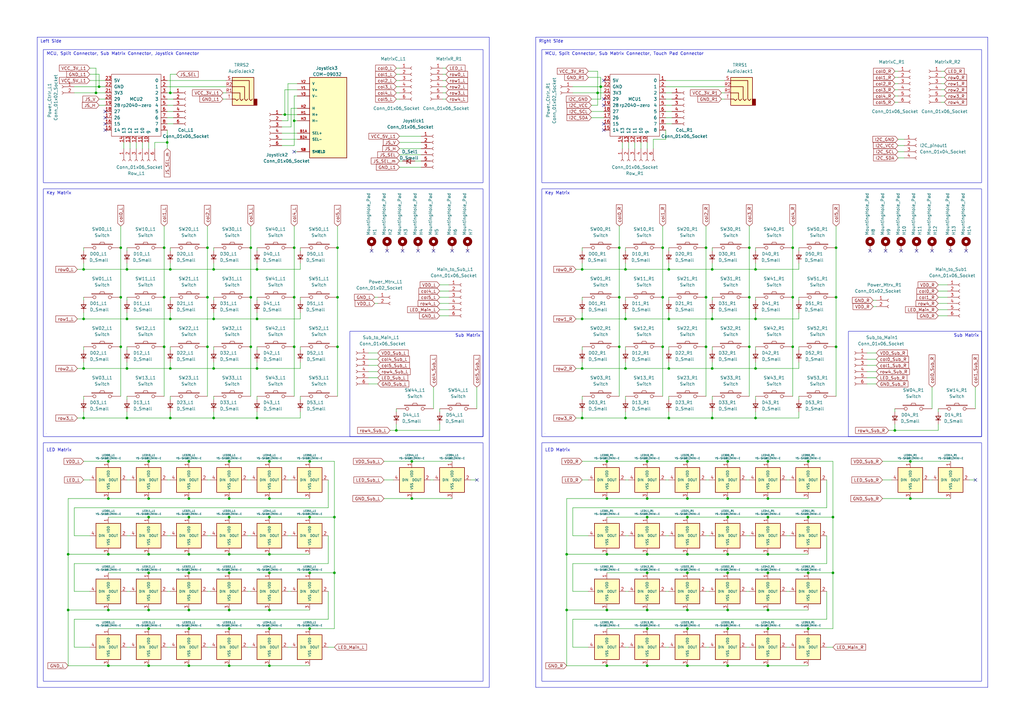
<source format=kicad_sch>
(kicad_sch (version 20230121) (generator eeschema)
  (paper "A3")
  (lib_symbols
    (symbol "COM-09032:COM-09032" (pin_names (offset 1.016))
      (property "Reference" "U" (at -7.62 16.002 0))
      (property "Value" "COM-09032" (at -7.62 -20.32 0))
      (symbol "COM-09032_0_0"
        (pin passive line (at -12.7 -7.62 0) (length 5.08) (name "SEL+") (number "B1A"))
        (pin passive line (at -12.7 -10.16 0) (length 5.08) (name "SEL-") (number "B2A"))
        (pin passive line (at -12.7 0 0) (length 5.08) (name "H+") (number "H1"))
        (pin passive line (at -12.7 2.54 0) (length 5.08) (name "H") (number "H2"))
        (pin passive line (at -12.7 -2.54 0) (length 5.08) (name "H-") (number "H3"))
        (pin passive line (at -12.7 -15.24 0) (length 5.08) (name "SHIELD") (number "S1"))
        (pin passive line (at -12.7 -15.24 0) (length 5.08) (name "SHIELD") (number "S2"))
        (pin passive line (at -12.7 -15.24 0) (length 5.08) (name "SHIELD") (number "S3"))
        (pin passive line (at -12.7 -15.24 0) (length 5.08) (name "SHIELD") (number "S4"))
        (pin passive line (at -12.7 10.16 0) (length 5.08) (name "V+") (number "V1"))
        (pin passive line (at -12.7 12.7 0) (length 5.08) (name "V") (number "V2"))
        (pin passive line (at -12.7 7.62 0) (length 5.08) (name "V-") (number "V3"))
      )
    )
    (symbol "Connector:Conn_01x02_Socket" (pin_names (offset 1.016) hide)
      (property "Reference" "J" (at 0 2.54 0))
      (property "Value" "Conn_01x02_Socket" (at 0 -5.08 0))
      (symbol "Conn_01x02_Socket_1_1"
        (pin passive line (at -5.08 0 0) (length 3.81) (name "Pin_1") (number "1"))
        (pin passive line (at -5.08 -2.54 0) (length 3.81) (name "Pin_2") (number "2"))
      )
    )
    (symbol "Connector:Conn_01x04_Socket" (pin_names (offset 1.016) hide)
      (property "Reference" "J" (at 0 5.08 0))
      (property "Value" "Conn_01x04_Socket" (at 0 -7.62 0))
      (symbol "Conn_01x04_Socket_1_1"
        (pin passive line (at -5.08 2.54 0) (length 3.81) (name "Pin_1") (number "1"))
        (pin passive line (at -5.08 0 0) (length 3.81) (name "Pin_2") (number "2"))
        (pin passive line (at -5.08 -2.54 0) (length 3.81) (name "Pin_3") (number "3"))
        (pin passive line (at -5.08 -5.08 0) (length 3.81) (name "Pin_4") (number "4"))
      )
    )
    (symbol "Connector:Conn_01x06_Socket" (pin_names (offset 1.016) hide)
      (property "Reference" "J" (at 0 7.62 0))
      (property "Value" "Conn_01x06_Socket" (at 0 -10.16 0))
      (symbol "Conn_01x06_Socket_1_1"
        (pin passive line (at -5.08 5.08 0) (length 3.81) (name "Pin_1") (number "1"))
        (pin passive line (at -5.08 2.54 0) (length 3.81) (name "Pin_2") (number "2"))
        (pin passive line (at -5.08 0 0) (length 3.81) (name "Pin_3") (number "3"))
        (pin passive line (at -5.08 -2.54 0) (length 3.81) (name "Pin_4") (number "4"))
        (pin passive line (at -5.08 -5.08 0) (length 3.81) (name "Pin_5") (number "5"))
        (pin passive line (at -5.08 -7.62 0) (length 3.81) (name "Pin_6") (number "6"))
      )
    )
    (symbol "Connector_Audio:AudioJack4"
      (property "Reference" "J" (at 0 8.89 0))
      (property "Value" "AudioJack4" (at 0 6.35 0))
      (symbol "AudioJack4_1_1"
        (pin passive line (at 5.08 -2.54 180) (length 2.54) (name "~") (number "R1"))
        (pin passive line (at 5.08 0 180) (length 2.54) (name "~") (number "R2"))
        (pin passive line (at 5.08 2.54 180) (length 2.54) (name "~") (number "S"))
        (pin passive line (at 5.08 -5.08 180) (length 2.54) (name "~") (number "T"))
      )
    )
    (symbol "Device:D_Small" (pin_numbers hide) (pin_names (offset 0.254) hide)
      (property "Reference" "D" (at -1.27 2.032 0))
      (property "Value" "D_Small" (at -3.81 -2.032 0))
      (symbol "D_Small_1_1"
        (pin passive line (at -2.54 0 0) (length 1.778) (name "K") (number "1"))
        (pin passive line (at 2.54 0 180) (length 1.778) (name "A") (number "2"))
      )
    )
    (symbol "Mechanical:MountingHole_Pad" (pin_numbers hide) (pin_names (offset 1.016) hide)
      (property "Reference" "H" (at 0 6.35 0))
      (property "Value" "MountingHole_Pad" (at 0 4.445 0))
      (symbol "MountingHole_Pad_1_1"
        (pin input line (at 0 -2.54 90) (length 2.54) (name "1") (number "1"))
      )
    )
    (symbol "zzkeeb:LED_SK6812MINI-E" (pin_names (offset 1.016))
      (property "Reference" "LED" (at 0 10.16 0))
      (property "Value" "LED_SK6812MINI-E" (at 0 8.89 0))
      (symbol "LED_SK6812MINI-E_1_1"
        (pin power_in line (at 0 7.62 270) (length 2.54) (name "VDD") (number "1"))
        (pin output line (at 7.62 0 180) (length 2.54) (name "DOUT") (number "2"))
        (pin power_in line (at 0 -7.62 90) (length 2.54) (name "VSS") (number "3"))
        (pin input line (at -7.62 0 0) (length 2.54) (name "DIN") (number "4"))
      )
    )
    (symbol "zzkeeb:MCU_rp2040-zero" (pin_names (offset 1.016))
      (property "Reference" "U" (at 0 15.24 0))
      (property "Value" "MCU_rp2040-zero" (at 0 12.7 0))
      (symbol "MCU_rp2040-zero_1_1"
        (pin bidirectional line (at 12.7 8.89 180) (length 2.54) (name "0") (number "1"))
        (pin bidirectional line (at 5.08 -16.51 90) (length 2.54) (name "9") (number "10"))
        (pin bidirectional line (at 2.54 -16.51 90) (length 2.54) (name "10") (number "11"))
        (pin bidirectional line (at 0 -16.51 90) (length 2.54) (name "11") (number "12"))
        (pin bidirectional line (at -2.54 -16.51 90) (length 2.54) (name "12") (number "13"))
        (pin bidirectional line (at -5.08 -16.51 90) (length 2.54) (name "13") (number "14"))
        (pin bidirectional line (at -12.7 -11.43 0) (length 2.54) (name "14") (number "15"))
        (pin bidirectional line (at -12.7 -8.89 0) (length 2.54) (name "15") (number "16"))
        (pin bidirectional line (at -12.7 -6.35 0) (length 2.54) (name "26") (number "17"))
        (pin bidirectional line (at -12.7 -3.81 0) (length 2.54) (name "27") (number "18"))
        (pin bidirectional line (at -12.7 -1.27 0) (length 2.54) (name "28") (number "19"))
        (pin bidirectional line (at 12.7 6.35 180) (length 2.54) (name "1") (number "2"))
        (pin bidirectional line (at -12.7 1.27 0) (length 2.54) (name "29") (number "20"))
        (pin power_out line (at -12.7 3.81 0) (length 2.54) (name "3V3") (number "21"))
        (pin power_out line (at -12.7 6.35 0) (length 2.54) (name "GND") (number "22"))
        (pin power_out line (at -12.7 8.89 0) (length 2.54) (name "5V") (number "23"))
        (pin bidirectional line (at 12.7 3.81 180) (length 2.54) (name "2") (number "3"))
        (pin bidirectional line (at 12.7 1.27 180) (length 2.54) (name "3") (number "4"))
        (pin bidirectional line (at 12.7 -1.27 180) (length 2.54) (name "4") (number "5"))
        (pin bidirectional line (at 12.7 -3.81 180) (length 2.54) (name "5") (number "6"))
        (pin bidirectional line (at 12.7 -6.35 180) (length 2.54) (name "6") (number "7"))
        (pin bidirectional line (at 12.7 -8.89 180) (length 2.54) (name "7") (number "8"))
        (pin bidirectional line (at 12.7 -11.43 180) (length 2.54) (name "8") (number "9"))
      )
    )
    (symbol "zzkeeb:Switch" (pin_numbers hide) (pin_names (offset 1.016) hide)
      (property "Reference" "SW" (at 0 6.35 0))
      (property "Value" "Switch" (at 0 3.81 0))
      (symbol "Switch_0_1"
        (pin passive inverted (at -7.62 0 0) (length 5.08) (name "1") (number "1"))
        (pin passive inverted (at 7.62 0 180) (length 5.08) (name "2") (number "2"))
      )
    )
  )
  (junction (at 77.47 273.05))
  (junction (at 238.76 171.45))
  (junction (at 298.45 234.95))
  (junction (at 309.88 151.13))
  (junction (at 298.45 273.05))
  (junction (at 77.47 250.19))
  (junction (at 93.98 189.23))
  (junction (at 93.98 273.05))
  (junction (at 292.1 110.49))
  (junction (at 325.12 101.6))
  (junction (at 67.31 121.92))
  (junction (at 254 101.6))
  (junction (at 60.96 204.47))
  (junction (at 341.63 234.95))
  (junction (at 77.47 234.95))
  (junction (at 271.78 142.24))
  (junction (at 102.87 142.24))
  (junction (at 256.54 171.45))
  (junction (at 325.12 142.24))
  (junction (at 373.38 204.47))
  (junction (at 34.29 110.49))
  (junction (at 69.85 110.49))
  (junction (at 44.45 204.47))
  (junction (at 87.63 151.13))
  (junction (at 138.43 142.24))
  (junction (at 309.88 110.49))
  (junction (at 52.07 171.45))
  (junction (at 49.53 121.92))
  (junction (at 52.07 110.49))
  (junction (at 69.85 151.13))
  (junction (at 27.94 227.33))
  (junction (at 85.09 121.92))
  (junction (at 105.41 151.13))
  (junction (at 342.9 121.92))
  (junction (at 44.45 189.23))
  (junction (at 69.85 171.45))
  (junction (at 314.96 257.81))
  (junction (at 373.38 189.23))
  (junction (at 127 189.23))
  (junction (at 232.41 250.19))
  (junction (at 307.34 101.6))
  (junction (at 120.65 121.92))
  (junction (at 60.96 234.95))
  (junction (at 93.98 257.81))
  (junction (at 44.45 273.05))
  (junction (at 87.63 171.45))
  (junction (at 49.53 142.24))
  (junction (at 314.96 204.47))
  (junction (at 289.56 142.24))
  (junction (at 68.58 58.42))
  (junction (at 314.96 250.19))
  (junction (at 254 142.24))
  (junction (at 102.87 101.6))
  (junction (at 69.85 130.81))
  (junction (at 60.96 189.23))
  (junction (at 137.16 212.09))
  (junction (at 281.94 189.23))
  (junction (at 87.63 110.49))
  (junction (at 127 212.09))
  (junction (at 298.45 227.33))
  (junction (at 127 234.95))
  (junction (at 110.49 257.81))
  (junction (at 34.29 151.13))
  (junction (at 110.49 212.09))
  (junction (at 60.96 227.33))
  (junction (at 52.07 151.13))
  (junction (at 105.41 171.45))
  (junction (at 232.41 227.33))
  (junction (at 331.47 234.95))
  (junction (at 116.84 46.99))
  (junction (at 168.91 189.23))
  (junction (at 331.47 189.23))
  (junction (at 271.78 101.6))
  (junction (at 309.88 130.81))
  (junction (at 44.45 227.33))
  (junction (at 39.37 38.1))
  (junction (at 342.9 142.24))
  (junction (at 52.07 130.81))
  (junction (at 314.96 212.09))
  (junction (at 281.94 250.19))
  (junction (at 248.92 227.33))
  (junction (at 289.56 121.92))
  (junction (at 102.87 121.92))
  (junction (at 254 121.92))
  (junction (at 40.64 35.56))
  (junction (at 265.43 212.09))
  (junction (at 27.94 250.19))
  (junction (at 110.49 189.23))
  (junction (at 248.92 189.23))
  (junction (at 162.56 176.53))
  (junction (at 298.45 204.47))
  (junction (at 274.32 130.81))
  (junction (at 307.34 142.24))
  (junction (at 77.47 204.47))
  (junction (at 325.12 121.92))
  (junction (at 265.43 189.23))
  (junction (at 87.63 130.81))
  (junction (at 110.49 234.95))
  (junction (at 314.96 189.23))
  (junction (at 292.1 151.13))
  (junction (at 34.29 171.45))
  (junction (at 110.49 273.05))
  (junction (at 138.43 121.92))
  (junction (at 120.65 142.24))
  (junction (at 342.9 101.6))
  (junction (at 281.94 234.95))
  (junction (at 93.98 227.33))
  (junction (at 138.43 101.6))
  (junction (at 93.98 250.19))
  (junction (at 93.98 234.95))
  (junction (at 265.43 204.47))
  (junction (at 265.43 227.33))
  (junction (at 137.16 234.95))
  (junction (at 292.1 130.81))
  (junction (at 281.94 227.33))
  (junction (at 168.91 204.47))
  (junction (at 85.09 142.24))
  (junction (at 246.38 35.56))
  (junction (at 309.88 171.45))
  (junction (at 265.43 250.19))
  (junction (at 60.96 250.19))
  (junction (at 341.63 212.09))
  (junction (at 256.54 130.81))
  (junction (at 298.45 189.23))
  (junction (at 331.47 257.81))
  (junction (at 60.96 212.09))
  (junction (at 60.96 257.81))
  (junction (at 110.49 204.47))
  (junction (at 77.47 257.81))
  (junction (at 265.43 257.81))
  (junction (at 93.98 212.09))
  (junction (at 256.54 151.13))
  (junction (at 298.45 212.09))
  (junction (at 248.92 204.47))
  (junction (at 120.65 101.6))
  (junction (at 44.45 250.19))
  (junction (at 67.31 101.6))
  (junction (at 60.96 273.05))
  (junction (at 127 257.81))
  (junction (at 110.49 227.33))
  (junction (at 69.85 38.1))
  (junction (at 292.1 171.45))
  (junction (at 265.43 234.95))
  (junction (at 238.76 130.81))
  (junction (at 238.76 110.49))
  (junction (at 256.54 110.49))
  (junction (at 281.94 273.05))
  (junction (at 281.94 212.09))
  (junction (at 314.96 273.05))
  (junction (at 314.96 234.95))
  (junction (at 314.96 227.33))
  (junction (at 77.47 212.09))
  (junction (at 110.49 250.19))
  (junction (at 85.09 101.6))
  (junction (at 248.92 250.19))
  (junction (at 274.32 110.49))
  (junction (at 265.43 273.05))
  (junction (at 289.56 101.6))
  (junction (at 238.76 151.13))
  (junction (at 281.94 257.81))
  (junction (at 274.32 151.13))
  (junction (at 298.45 250.19))
  (junction (at 77.47 227.33))
  (junction (at 105.41 130.81))
  (junction (at 248.92 273.05))
  (junction (at 245.11 38.1))
  (junction (at 367.03 176.53))
  (junction (at 271.78 121.92))
  (junction (at 93.98 204.47))
  (junction (at 307.34 121.92))
  (junction (at 281.94 204.47))
  (junction (at 105.41 110.49))
  (junction (at 77.47 189.23))
  (junction (at 331.47 212.09))
  (junction (at 298.45 257.81))
  (junction (at 274.32 171.45))
  (junction (at 34.29 130.81))
  (junction (at 49.53 101.6))
  (junction (at 67.31 142.24))
  (junction (at 120.65 49.53))
  (no_connect (at 356.87 102.87))
  (no_connect (at 185.42 102.87))
  (no_connect (at 400.05 196.85))
  (no_connect (at 396.24 102.87))
  (no_connect (at 247.65 33.02))
  (no_connect (at 158.75 102.87))
  (no_connect (at 177.8 102.87))
  (no_connect (at 43.18 48.26))
  (no_connect (at 247.65 53.34))
  (no_connect (at 165.1 102.87))
  (no_connect (at 43.18 53.34))
  (no_connect (at 363.22 102.87))
  (no_connect (at 43.18 50.8))
  (no_connect (at 191.77 102.87))
  (no_connect (at 152.4 102.87))
  (no_connect (at 382.27 102.87))
  (no_connect (at 247.65 43.18))
  (no_connect (at 247.65 50.8))
  (no_connect (at 120.65 62.23))
  (no_connect (at 247.65 40.64))
  (no_connect (at 369.57 102.87))
  (no_connect (at 171.45 102.87))
  (no_connect (at 195.58 196.85))
  (no_connect (at 389.89 102.87))
  (no_connect (at 43.18 45.72))
  (no_connect (at 375.92 102.87))
  (wire (pts (xy 281.94 273.05) (xy 298.45 273.05)))
  (wire (pts (xy 34.29 101.6) (xy 34.29 102.87)))
  (wire (pts (xy 364.49 176.53) (xy 367.03 176.53)))
  (wire (pts (xy 367.03 31.75) (xy 368.3 31.75)))
  (wire (pts (xy 77.47 212.09) (xy 93.98 212.09)))
  (wire (pts (xy 69.85 171.45) (xy 87.63 171.45)))
  (wire (pts (xy 27.94 250.19) (xy 44.45 250.19)))
  (wire (pts (xy 68.58 35.56) (xy 92.71 35.56)))
  (wire (pts (xy 292.1 110.49) (xy 309.88 110.49)))
  (wire (pts (xy 265.43 273.05) (xy 281.94 273.05)))
  (wire (pts (xy 367.03 34.29) (xy 368.3 34.29)))
  (wire (pts (xy 44.45 204.47) (xy 60.96 204.47)))
  (wire (pts (xy 52.07 121.92) (xy 52.07 123.19)))
  (wire (pts (xy 34.29 171.45) (xy 52.07 171.45)))
  (wire (pts (xy 339.09 219.71) (xy 339.09 231.14)))
  (wire (pts (xy 242.57 43.18) (xy 245.11 43.18)))
  (wire (pts (xy 44.45 227.33) (xy 60.96 227.33)))
  (wire (pts (xy 248.92 250.19) (xy 265.43 250.19)))
  (wire (pts (xy 309.88 107.95) (xy 309.88 110.49)))
  (wire (pts (xy 36.83 33.02) (xy 43.18 33.02)))
  (wire (pts (xy 30.48 265.43) (xy 36.83 265.43)))
  (wire (pts (xy 314.96 204.47) (xy 331.47 204.47)))
  (wire (pts (xy 50.8 58.42) (xy 50.8 60.96)))
  (wire (pts (xy 87.63 121.92) (xy 87.63 123.19)))
  (wire (pts (xy 386.08 31.75) (xy 387.35 31.75)))
  (wire (pts (xy 77.47 250.19) (xy 93.98 250.19)))
  (wire (pts (xy 386.08 29.21) (xy 387.35 29.21)))
  (wire (pts (xy 87.63 162.56) (xy 87.63 163.83)))
  (wire (pts (xy 102.87 265.43) (xy 101.6 265.43)))
  (wire (pts (xy 138.43 101.6) (xy 138.43 121.92)))
  (wire (pts (xy 341.63 234.95) (xy 341.63 212.09)))
  (wire (pts (xy 63.5 58.42) (xy 68.58 58.42)))
  (wire (pts (xy 307.34 265.43) (xy 306.07 265.43)))
  (wire (pts (xy 273.05 48.26) (xy 275.59 48.26)))
  (wire (pts (xy 60.96 257.81) (xy 77.47 257.81)))
  (wire (pts (xy 314.96 273.05) (xy 331.47 273.05)))
  (wire (pts (xy 309.88 148.59) (xy 309.88 151.13)))
  (wire (pts (xy 361.95 204.47) (xy 373.38 204.47)))
  (wire (pts (xy 154.94 147.32) (xy 151.13 147.32)))
  (wire (pts (xy 118.11 34.29) (xy 121.92 34.29)))
  (wire (pts (xy 138.43 92.71) (xy 138.43 101.6)))
  (wire (pts (xy 273.05 57.15) (xy 267.97 57.15)))
  (wire (pts (xy 87.63 168.91) (xy 87.63 171.45)))
  (wire (pts (xy 314.96 227.33) (xy 331.47 227.33)))
  (wire (pts (xy 67.31 101.6) (xy 67.31 121.92)))
  (wire (pts (xy 265.43 58.42) (xy 265.43 60.96)))
  (wire (pts (xy 234.95 38.1) (xy 245.11 38.1)))
  (wire (pts (xy 27.94 273.05) (xy 44.45 273.05)))
  (wire (pts (xy 384.81 167.64) (xy 384.81 168.91)))
  (wire (pts (xy 358.14 125.73) (xy 359.41 125.73)))
  (wire (pts (xy 110.49 212.09) (xy 127 212.09)))
  (wire (pts (xy 68.58 58.42) (xy 68.58 53.34)))
  (wire (pts (xy 257.81 265.43) (xy 256.54 265.43)))
  (wire (pts (xy 367.03 36.83) (xy 368.3 36.83)))
  (wire (pts (xy 52.07 107.95) (xy 52.07 110.49)))
  (wire (pts (xy 77.47 273.05) (xy 93.98 273.05)))
  (wire (pts (xy 162.56 35.56) (xy 163.83 35.56)))
  (wire (pts (xy 273.05 40.64) (xy 275.59 40.64)))
  (wire (pts (xy 254 142.24) (xy 254 162.56)))
  (wire (pts (xy 331.47 212.09) (xy 341.63 212.09)))
  (wire (pts (xy 119.38 196.85) (xy 118.11 196.85)))
  (wire (pts (xy 234.95 231.14) (xy 339.09 231.14)))
  (wire (pts (xy 115.57 57.15) (xy 121.92 57.15)))
  (wire (pts (xy 309.88 128.27) (xy 309.88 130.81)))
  (wire (pts (xy 323.85 265.43) (xy 322.58 265.43)))
  (wire (pts (xy 289.56 142.24) (xy 289.56 162.56)))
  (wire (pts (xy 180.34 121.92) (xy 184.15 121.92)))
  (wire (pts (xy 127 212.09) (xy 137.16 212.09)))
  (wire (pts (xy 314.96 257.81) (xy 331.47 257.81)))
  (wire (pts (xy 177.8 158.75) (xy 177.8 167.64)))
  (wire (pts (xy 110.49 189.23) (xy 127 189.23)))
  (wire (pts (xy 52.07 148.59) (xy 52.07 151.13)))
  (wire (pts (xy 367.03 41.91) (xy 368.3 41.91)))
  (wire (pts (xy 248.92 234.95) (xy 265.43 234.95)))
  (wire (pts (xy 49.53 142.24) (xy 49.53 162.56)))
  (wire (pts (xy 91.44 40.64) (xy 92.71 40.64)))
  (wire (pts (xy 77.47 227.33) (xy 93.98 227.33)))
  (wire (pts (xy 40.64 30.48) (xy 40.64 35.56)))
  (wire (pts (xy 298.45 204.47) (xy 314.96 204.47)))
  (wire (pts (xy 367.03 173.99) (xy 367.03 176.53)))
  (wire (pts (xy 102.87 219.71) (xy 101.6 219.71)))
  (wire (pts (xy 254 101.6) (xy 254 121.92)))
  (wire (pts (xy 341.63 212.09) (xy 341.63 189.23)))
  (wire (pts (xy 181.61 38.1) (xy 182.88 38.1)))
  (wire (pts (xy 69.85 151.13) (xy 87.63 151.13)))
  (wire (pts (xy 271.78 121.92) (xy 271.78 142.24)))
  (wire (pts (xy 105.41 171.45) (xy 123.19 171.45)))
  (wire (pts (xy 238.76 110.49) (xy 256.54 110.49)))
  (wire (pts (xy 27.94 204.47) (xy 27.94 227.33)))
  (wire (pts (xy 274.32 171.45) (xy 292.1 171.45)))
  (wire (pts (xy 44.45 189.23) (xy 60.96 189.23)))
  (wire (pts (xy 367.03 176.53) (xy 384.81 176.53)))
  (wire (pts (xy 257.81 219.71) (xy 256.54 219.71)))
  (wire (pts (xy 368.3 62.23) (xy 370.84 62.23)))
  (wire (pts (xy 115.57 49.53) (xy 118.11 49.53)))
  (wire (pts (xy 242.57 45.72) (xy 247.65 45.72)))
  (wire (pts (xy 180.34 167.64) (xy 180.34 168.91)))
  (wire (pts (xy 367.03 29.21) (xy 368.3 29.21)))
  (wire (pts (xy 85.09 121.92) (xy 85.09 142.24)))
  (wire (pts (xy 327.66 107.95) (xy 327.66 110.49)))
  (wire (pts (xy 86.36 265.43) (xy 85.09 265.43)))
  (wire (pts (xy 382.27 158.75) (xy 382.27 167.64)))
  (wire (pts (xy 157.48 189.23) (xy 168.91 189.23)))
  (wire (pts (xy 307.34 219.71) (xy 306.07 219.71)))
  (wire (pts (xy 273.05 38.1) (xy 275.59 38.1)))
  (wire (pts (xy 31.75 130.81) (xy 34.29 130.81)))
  (wire (pts (xy 274.32 242.57) (xy 273.05 242.57)))
  (wire (pts (xy 69.85 128.27) (xy 69.85 130.81)))
  (wire (pts (xy 274.32 107.95) (xy 274.32 110.49)))
  (wire (pts (xy 384.81 127) (xy 388.62 127)))
  (wire (pts (xy 342.9 121.92) (xy 342.9 142.24)))
  (wire (pts (xy 238.76 162.56) (xy 238.76 163.83)))
  (wire (pts (xy 238.76 107.95) (xy 238.76 110.49)))
  (wire (pts (xy 248.92 212.09) (xy 265.43 212.09)))
  (wire (pts (xy 234.95 242.57) (xy 241.3 242.57)))
  (wire (pts (xy 93.98 212.09) (xy 110.49 212.09)))
  (wire (pts (xy 120.65 101.6) (xy 120.65 121.92)))
  (wire (pts (xy 400.05 158.75) (xy 400.05 167.64)))
  (wire (pts (xy 234.95 219.71) (xy 234.95 208.28)))
  (wire (pts (xy 69.85 242.57) (xy 68.58 242.57)))
  (wire (pts (xy 121.92 39.37) (xy 120.65 39.37)))
  (wire (pts (xy 102.87 121.92) (xy 102.87 142.24)))
  (wire (pts (xy 52.07 128.27) (xy 52.07 130.81)))
  (wire (pts (xy 256.54 142.24) (xy 256.54 143.51)))
  (wire (pts (xy 323.85 219.71) (xy 322.58 219.71)))
  (wire (pts (xy 245.11 43.18) (xy 245.11 38.1)))
  (wire (pts (xy 265.43 250.19) (xy 281.94 250.19)))
  (wire (pts (xy 40.64 43.18) (xy 43.18 43.18)))
  (wire (pts (xy 69.85 110.49) (xy 87.63 110.49)))
  (wire (pts (xy 34.29 110.49) (xy 52.07 110.49)))
  (wire (pts (xy 257.81 196.85) (xy 256.54 196.85)))
  (wire (pts (xy 368.3 59.69) (xy 370.84 59.69)))
  (wire (pts (xy 248.92 227.33) (xy 265.43 227.33)))
  (wire (pts (xy 162.56 40.64) (xy 163.83 40.64)))
  (wire (pts (xy 274.32 151.13) (xy 292.1 151.13)))
  (wire (pts (xy 359.41 157.48) (xy 355.6 157.48)))
  (wire (pts (xy 384.81 124.46) (xy 388.62 124.46)))
  (wire (pts (xy 238.76 128.27) (xy 238.76 130.81)))
  (wire (pts (xy 298.45 257.81) (xy 314.96 257.81)))
  (wire (pts (xy 102.87 142.24) (xy 102.87 162.56)))
  (wire (pts (xy 93.98 273.05) (xy 110.49 273.05)))
  (wire (pts (xy 271.78 142.24) (xy 271.78 162.56)))
  (wire (pts (xy 242.57 40.64) (xy 246.38 40.64)))
  (wire (pts (xy 162.56 30.48) (xy 163.83 30.48)))
  (wire (pts (xy 110.49 234.95) (xy 127 234.95)))
  (wire (pts (xy 292.1 101.6) (xy 292.1 102.87)))
  (wire (pts (xy 292.1 121.92) (xy 292.1 123.19)))
  (wire (pts (xy 298.45 234.95) (xy 314.96 234.95)))
  (wire (pts (xy 290.83 219.71) (xy 289.56 219.71)))
  (wire (pts (xy 182.88 40.64) (xy 181.61 40.64)))
  (wire (pts (xy 289.56 121.92) (xy 289.56 142.24)))
  (wire (pts (xy 30.48 242.57) (xy 36.83 242.57)))
  (wire (pts (xy 172.72 63.5) (xy 163.83 63.5)))
  (wire (pts (xy 93.98 227.33) (xy 110.49 227.33)))
  (wire (pts (xy 55.88 58.42) (xy 55.88 60.96)))
  (wire (pts (xy 69.85 162.56) (xy 69.85 163.83)))
  (wire (pts (xy 44.45 250.19) (xy 60.96 250.19)))
  (wire (pts (xy 34.29 107.95) (xy 34.29 110.49)))
  (wire (pts (xy 69.85 219.71) (xy 68.58 219.71)))
  (wire (pts (xy 93.98 250.19) (xy 110.49 250.19)))
  (wire (pts (xy 27.94 227.33) (xy 27.94 250.19)))
  (wire (pts (xy 120.65 49.53) (xy 120.65 59.69)))
  (wire (pts (xy 123.19 101.6) (xy 123.19 102.87)))
  (wire (pts (xy 154.94 152.4) (xy 151.13 152.4)))
  (wire (pts (xy 105.41 101.6) (xy 105.41 102.87)))
  (wire (pts (xy 281.94 189.23) (xy 298.45 189.23)))
  (wire (pts (xy 342.9 92.71) (xy 342.9 101.6)))
  (wire (pts (xy 274.32 128.27) (xy 274.32 130.81)))
  (wire (pts (xy 93.98 189.23) (xy 110.49 189.23)))
  (wire (pts (xy 180.34 129.54) (xy 184.15 129.54)))
  (wire (pts (xy 234.95 35.56) (xy 246.38 35.56)))
  (wire (pts (xy 359.41 154.94) (xy 355.6 154.94)))
  (wire (pts (xy 123.19 142.24) (xy 123.19 143.51)))
  (wire (pts (xy 180.34 173.99) (xy 180.34 176.53)))
  (wire (pts (xy 93.98 204.47) (xy 110.49 204.47)))
  (wire (pts (xy 325.12 92.71) (xy 325.12 101.6)))
  (wire (pts (xy 120.65 92.71) (xy 120.65 101.6)))
  (wire (pts (xy 256.54 168.91) (xy 256.54 171.45)))
  (wire (pts (xy 105.41 128.27) (xy 105.41 130.81)))
  (wire (pts (xy 298.45 189.23) (xy 314.96 189.23)))
  (wire (pts (xy 137.16 212.09) (xy 137.16 189.23)))
  (wire (pts (xy 181.61 33.02) (xy 182.88 33.02)))
  (wire (pts (xy 180.34 127) (xy 184.15 127)))
  (wire (pts (xy 386.08 39.37) (xy 387.35 39.37)))
  (wire (pts (xy 327.66 101.6) (xy 327.66 102.87)))
  (wire (pts (xy 298.45 273.05) (xy 314.96 273.05)))
  (wire (pts (xy 309.88 101.6) (xy 309.88 102.87)))
  (wire (pts (xy 292.1 171.45) (xy 309.88 171.45)))
  (wire (pts (xy 115.57 59.69) (xy 120.65 59.69)))
  (wire (pts (xy 180.34 124.46) (xy 184.15 124.46)))
  (wire (pts (xy 105.41 121.92) (xy 105.41 123.19)))
  (wire (pts (xy 248.92 189.23) (xy 265.43 189.23)))
  (wire (pts (xy 69.85 121.92) (xy 69.85 123.19)))
  (wire (pts (xy 85.09 142.24) (xy 85.09 162.56)))
  (wire (pts (xy 256.54 171.45) (xy 274.32 171.45)))
  (wire (pts (xy 382.27 196.85) (xy 381 196.85)))
  (wire (pts (xy 68.58 50.8) (xy 71.12 50.8)))
  (wire (pts (xy 162.56 27.94) (xy 163.83 27.94)))
  (wire (pts (xy 262.89 58.42) (xy 262.89 60.96)))
  (wire (pts (xy 157.48 204.47) (xy 168.91 204.47)))
  (wire (pts (xy 236.22 130.81) (xy 238.76 130.81)))
  (wire (pts (xy 36.83 30.48) (xy 40.64 30.48)))
  (wire (pts (xy 290.83 196.85) (xy 289.56 196.85)))
  (wire (pts (xy 368.3 57.15) (xy 370.84 57.15)))
  (wire (pts (xy 292.1 148.59) (xy 292.1 151.13)))
  (wire (pts (xy 53.34 219.71) (xy 52.07 219.71)))
  (wire (pts (xy 254 92.71) (xy 254 101.6)))
  (wire (pts (xy 123.19 107.95) (xy 123.19 110.49)))
  (wire (pts (xy 115.57 46.99) (xy 116.84 46.99)))
  (wire (pts (xy 68.58 58.42) (xy 68.58 60.96)))
  (wire (pts (xy 52.07 101.6) (xy 52.07 102.87)))
  (wire (pts (xy 232.41 227.33) (xy 248.92 227.33)))
  (wire (pts (xy 241.3 31.75) (xy 246.38 31.75)))
  (wire (pts (xy 195.58 196.85) (xy 193.04 196.85)))
  (wire (pts (xy 110.49 273.05) (xy 127 273.05)))
  (wire (pts (xy 49.53 92.71) (xy 49.53 101.6)))
  (wire (pts (xy 34.29 121.92) (xy 34.29 123.19)))
  (wire (pts (xy 339.09 196.85) (xy 339.09 208.28)))
  (wire (pts (xy 309.88 130.81) (xy 327.66 130.81)))
  (wire (pts (xy 27.94 204.47) (xy 44.45 204.47)))
  (wire (pts (xy 162.56 38.1) (xy 163.83 38.1)))
  (wire (pts (xy 180.34 119.38) (xy 184.15 119.38)))
  (wire (pts (xy 367.03 167.64) (xy 367.03 168.91)))
  (wire (pts (xy 87.63 171.45) (xy 105.41 171.45)))
  (wire (pts (xy 77.47 189.23) (xy 93.98 189.23)))
  (wire (pts (xy 86.36 242.57) (xy 85.09 242.57)))
  (wire (pts (xy 241.3 29.21) (xy 245.11 29.21)))
  (wire (pts (xy 274.32 142.24) (xy 274.32 143.51)))
  (wire (pts (xy 256.54 101.6) (xy 256.54 102.87)))
  (wire (pts (xy 180.34 116.84) (xy 184.15 116.84)))
  (wire (pts (xy 163.83 55.88) (xy 172.72 55.88)))
  (wire (pts (xy 298.45 250.19) (xy 314.96 250.19)))
  (wire (pts (xy 246.38 40.64) (xy 246.38 35.56)))
  (wire (pts (xy 274.32 130.81) (xy 292.1 130.81)))
  (wire (pts (xy 40.64 40.64) (xy 43.18 40.64)))
  (wire (pts (xy 384.81 173.99) (xy 384.81 176.53)))
  (wire (pts (xy 271.78 101.6) (xy 271.78 121.92)))
  (wire (pts (xy 248.92 204.47) (xy 265.43 204.47)))
  (wire (pts (xy 52.07 151.13) (xy 69.85 151.13)))
  (wire (pts (xy 68.58 48.26) (xy 71.12 48.26)))
  (wire (pts (xy 34.29 130.81) (xy 52.07 130.81)))
  (wire (pts (xy 292.1 168.91) (xy 292.1 171.45)))
  (wire (pts (xy 116.84 46.99) (xy 116.84 36.83)))
  (wire (pts (xy 331.47 257.81) (xy 341.63 257.81)))
  (wire (pts (xy 236.22 151.13) (xy 238.76 151.13)))
  (wire (pts (xy 60.96 250.19) (xy 77.47 250.19)))
  (wire (pts (xy 105.41 151.13) (xy 123.19 151.13)))
  (wire (pts (xy 163.83 68.58) (xy 172.72 68.58)))
  (wire (pts (xy 384.81 119.38) (xy 388.62 119.38)))
  (wire (pts (xy 309.88 121.92) (xy 309.88 123.19)))
  (wire (pts (xy 87.63 151.13) (xy 105.41 151.13)))
  (wire (pts (xy 232.41 250.19) (xy 232.41 273.05)))
  (wire (pts (xy 105.41 130.81) (xy 123.19 130.81)))
  (wire (pts (xy 157.48 196.85) (xy 161.29 196.85)))
  (wire (pts (xy 234.95 265.43) (xy 241.3 265.43)))
  (wire (pts (xy 110.49 250.19) (xy 127 250.19)))
  (wire (pts (xy 102.87 92.71) (xy 102.87 101.6)))
  (wire (pts (xy 53.34 242.57) (xy 52.07 242.57)))
  (wire (pts (xy 121.92 49.53) (xy 120.65 49.53)))
  (wire (pts (xy 77.47 257.81) (xy 93.98 257.81)))
  (wire (pts (xy 105.41 162.56) (xy 105.41 163.83)))
  (wire (pts (xy 160.02 176.53) (xy 162.56 176.53)))
  (wire (pts (xy 265.43 189.23) (xy 281.94 189.23)))
  (wire (pts (xy 31.75 171.45) (xy 34.29 171.45)))
  (wire (pts (xy 116.84 36.83) (xy 121.92 36.83)))
  (wire (pts (xy 110.49 204.47) (xy 127 204.47)))
  (wire (pts (xy 341.63 257.81) (xy 341.63 234.95)))
  (wire (pts (xy 309.88 162.56) (xy 309.88 163.83)))
  (wire (pts (xy 34.29 196.85) (xy 36.83 196.85)))
  (wire (pts (xy 289.56 101.6) (xy 289.56 121.92)))
  (wire (pts (xy 69.85 196.85) (xy 68.58 196.85)))
  (wire (pts (xy 245.11 38.1) (xy 247.65 38.1)))
  (wire (pts (xy 242.57 48.26) (xy 247.65 48.26)))
  (wire (pts (xy 246.38 35.56) (xy 247.65 35.56)))
  (wire (pts (xy 307.34 242.57) (xy 306.07 242.57)))
  (wire (pts (xy 49.53 121.92) (xy 49.53 142.24)))
  (wire (pts (xy 30.48 231.14) (xy 134.62 231.14)))
  (wire (pts (xy 361.95 189.23) (xy 373.38 189.23)))
  (wire (pts (xy 30.48 265.43) (xy 30.48 254)))
  (wire (pts (xy 181.61 27.94) (xy 182.88 27.94)))
  (wire (pts (xy 30.48 208.28) (xy 134.62 208.28)))
  (wire (pts (xy 256.54 121.92) (xy 256.54 123.19)))
  (wire (pts (xy 34.29 162.56) (xy 34.29 163.83)))
  (wire (pts (xy 60.96 212.09) (xy 77.47 212.09)))
  (wire (pts (xy 87.63 128.27) (xy 87.63 130.81)))
  (wire (pts (xy 325.12 101.6) (xy 325.12 121.92)))
  (wire (pts (xy 60.96 234.95) (xy 77.47 234.95)))
  (wire (pts (xy 68.58 43.18) (xy 71.12 43.18)))
  (wire (pts (xy 123.19 162.56) (xy 123.19 163.83)))
  (wire (pts (xy 69.85 142.24) (xy 69.85 143.51)))
  (wire (pts (xy 120.65 142.24) (xy 120.65 162.56)))
  (wire (pts (xy 238.76 130.81) (xy 256.54 130.81)))
  (wire (pts (xy 49.53 101.6) (xy 49.53 121.92)))
  (wire (pts (xy 68.58 33.02) (xy 92.71 33.02)))
  (wire (pts (xy 238.76 196.85) (xy 241.3 196.85)))
  (wire (pts (xy 384.81 116.84) (xy 388.62 116.84)))
  (wire (pts (xy 44.45 273.05) (xy 60.96 273.05)))
  (wire (pts (xy 123.19 110.49) (xy 105.41 110.49)))
  (wire (pts (xy 163.83 60.96) (xy 172.72 60.96)))
  (wire (pts (xy 274.32 162.56) (xy 274.32 163.83)))
  (wire (pts (xy 273.05 33.02) (xy 297.18 33.02)))
  (wire (pts (xy 267.97 57.15) (xy 267.97 60.96)))
  (wire (pts (xy 87.63 101.6) (xy 87.63 102.87)))
  (wire (pts (xy 327.66 162.56) (xy 327.66 163.83)))
  (wire (pts (xy 68.58 38.1) (xy 69.85 38.1)))
  (wire (pts (xy 265.43 204.47) (xy 281.94 204.47)))
  (wire (pts (xy 342.9 101.6) (xy 342.9 121.92)))
  (wire (pts (xy 185.42 204.47) (xy 168.91 204.47)))
  (wire (pts (xy 327.66 168.91) (xy 327.66 171.45)))
  (wire (pts (xy 119.38 242.57) (xy 118.11 242.57)))
  (wire (pts (xy 273.05 45.72) (xy 275.59 45.72)))
  (wire (pts (xy 127 234.95) (xy 137.16 234.95)))
  (wire (pts (xy 274.32 110.49) (xy 292.1 110.49)))
  (wire (pts (xy 68.58 45.72) (xy 71.12 45.72)))
  (wire (pts (xy 373.38 189.23) (xy 389.89 189.23)))
  (wire (pts (xy 67.31 121.92) (xy 67.31 142.24)))
  (wire (pts (xy 52.07 130.81) (xy 69.85 130.81)))
  (wire (pts (xy 246.38 31.75) (xy 246.38 35.56)))
  (wire (pts (xy 339.09 265.43) (xy 341.63 265.43)))
  (wire (pts (xy 331.47 189.23) (xy 341.63 189.23)))
  (wire (pts (xy 298.45 227.33) (xy 314.96 227.33)))
  (wire (pts (xy 153.67 124.46) (xy 154.94 124.46)))
  (wire (pts (xy 44.45 212.09) (xy 60.96 212.09)))
  (wire (pts (xy 238.76 171.45) (xy 256.54 171.45)))
  (wire (pts (xy 30.48 38.1) (xy 39.37 38.1)))
  (wire (pts (xy 232.41 204.47) (xy 232.41 227.33)))
  (wire (pts (xy 52.07 110.49) (xy 69.85 110.49)))
  (wire (pts (xy 120.65 121.92) (xy 120.65 142.24)))
  (wire (pts (xy 339.09 242.57) (xy 339.09 254)))
  (wire (pts (xy 105.41 142.24) (xy 105.41 143.51)))
  (wire (pts (xy 281.94 204.47) (xy 298.45 204.47)))
  (wire (pts (xy 331.47 234.95) (xy 341.63 234.95)))
  (wire (pts (xy 274.32 101.6) (xy 274.32 102.87)))
  (wire (pts (xy 238.76 142.24) (xy 238.76 143.51)))
  (wire (pts (xy 307.34 121.92) (xy 307.34 142.24)))
  (wire (pts (xy 323.85 196.85) (xy 322.58 196.85)))
  (wire (pts (xy 359.41 149.86) (xy 355.6 149.86)))
  (wire (pts (xy 134.62 196.85) (xy 134.62 208.28)))
  (wire (pts (xy 387.35 41.91) (xy 386.08 41.91)))
  (wire (pts (xy 123.19 168.91) (xy 123.19 171.45)))
  (wire (pts (xy 232.41 204.47) (xy 248.92 204.47)))
  (wire (pts (xy 234.95 254) (xy 339.09 254)))
  (wire (pts (xy 342.9 142.24) (xy 342.9 162.56)))
  (wire (pts (xy 273.05 50.8) (xy 275.59 50.8)))
  (wire (pts (xy 327.66 121.92) (xy 327.66 123.19)))
  (wire (pts (xy 123.19 128.27) (xy 123.19 130.81)))
  (wire (pts (xy 110.49 257.81) (xy 127 257.81)))
  (wire (pts (xy 77.47 204.47) (xy 93.98 204.47)))
  (wire (pts (xy 274.32 148.59) (xy 274.32 151.13)))
  (wire (pts (xy 87.63 142.24) (xy 87.63 143.51)))
  (wire (pts (xy 60.96 204.47) (xy 77.47 204.47)))
  (wire (pts (xy 274.32 196.85) (xy 273.05 196.85)))
  (wire (pts (xy 309.88 171.45) (xy 327.66 171.45)))
  (wire (pts (xy 119.38 52.07) (xy 119.38 44.45)))
  (wire (pts (xy 153.67 121.92) (xy 154.94 121.92)))
  (wire (pts (xy 361.95 196.85) (xy 365.76 196.85)))
  (wire (pts (xy 232.41 250.19) (xy 248.92 250.19)))
  (wire (pts (xy 265.43 212.09) (xy 281.94 212.09)))
  (wire (pts (xy 232.41 273.05) (xy 248.92 273.05)))
  (wire (pts (xy 39.37 38.1) (xy 43.18 38.1)))
  (wire (pts (xy 307.34 101.6) (xy 307.34 121.92)))
  (wire (pts (xy 34.29 151.13) (xy 52.07 151.13)))
  (wire (pts (xy 30.48 231.14) (xy 30.48 242.57)))
  (wire (pts (xy 53.34 58.42) (xy 53.34 60.96)))
  (wire (pts (xy 274.32 219.71) (xy 273.05 219.71)))
  (wire (pts (xy 274.32 265.43) (xy 273.05 265.43)))
  (wire (pts (xy 292.1 107.95) (xy 292.1 110.49)))
  (wire (pts (xy 181.61 30.48) (xy 182.88 30.48)))
  (wire (pts (xy 118.11 49.53) (xy 118.11 34.29)))
  (wire (pts (xy 162.56 173.99) (xy 162.56 176.53)))
  (wire (pts (xy 238.76 189.23) (xy 248.92 189.23)))
  (wire (pts (xy 386.08 36.83) (xy 387.35 36.83)))
  (wire (pts (xy 165.1 66.04) (xy 163.83 66.04)))
  (wire (pts (xy 116.84 46.99) (xy 121.92 46.99)))
  (wire (pts (xy 115.57 54.61) (xy 121.92 54.61)))
  (wire (pts (xy 292.1 162.56) (xy 292.1 163.83)))
  (wire (pts (xy 238.76 151.13) (xy 256.54 151.13)))
  (wire (pts (xy 359.41 152.4) (xy 355.6 152.4)))
  (wire (pts (xy 127 257.81) (xy 137.16 257.81)))
  (wire (pts (xy 77.47 234.95) (xy 93.98 234.95)))
  (wire (pts (xy 138.43 121.92) (xy 138.43 142.24)))
  (wire (pts (xy 290.83 242.57) (xy 289.56 242.57)))
  (wire (pts (xy 138.43 142.24) (xy 138.43 162.56)))
  (wire (pts (xy 327.66 128.27) (xy 327.66 130.81)))
  (wire (pts (xy 85.09 92.71) (xy 85.09 101.6)))
  (wire (pts (xy 309.88 168.91) (xy 309.88 171.45)))
  (wire (pts (xy 234.95 208.28) (xy 339.09 208.28)))
  (wire (pts (xy 358.14 123.19) (xy 359.41 123.19)))
  (wire (pts (xy 86.36 219.71) (xy 85.09 219.71)))
  (wire (pts (xy 298.45 212.09) (xy 314.96 212.09)))
  (wire (pts (xy 120.65 39.37) (xy 120.65 49.53)))
  (wire (pts (xy 384.81 121.92) (xy 388.62 121.92)))
  (wire (pts (xy 163.83 58.42) (xy 172.72 58.42)))
  (wire (pts (xy 34.29 128.27) (xy 34.29 130.81)))
  (wire (pts (xy 368.3 64.77) (xy 370.84 64.77)))
  (wire (pts (xy 256.54 128.27) (xy 256.54 130.81)))
  (wire (pts (xy 359.41 144.78) (xy 355.6 144.78)))
  (wire (pts (xy 39.37 27.94) (xy 39.37 38.1)))
  (wire (pts (xy 123.19 121.92) (xy 123.19 123.19)))
  (wire (pts (xy 91.44 38.1) (xy 92.71 38.1)))
  (wire (pts (xy 69.85 107.95) (xy 69.85 110.49)))
  (wire (pts (xy 327.66 110.49) (xy 309.88 110.49)))
  (wire (pts (xy 281.94 212.09) (xy 298.45 212.09)))
  (wire (pts (xy 273.05 53.34) (xy 273.05 57.15)))
  (wire (pts (xy 265.43 257.81) (xy 281.94 257.81)))
  (wire (pts (xy 265.43 234.95) (xy 281.94 234.95)))
  (wire (pts (xy 255.27 58.42) (xy 255.27 60.96)))
  (wire (pts (xy 309.88 151.13) (xy 327.66 151.13)))
  (wire (pts (xy 69.85 30.48) (xy 72.39 30.48)))
  (wire (pts (xy 69.85 38.1) (xy 71.12 38.1)))
  (wire (pts (xy 53.34 265.43) (xy 52.07 265.43)))
  (wire (pts (xy 53.34 196.85) (xy 52.07 196.85)))
  (wire (pts (xy 87.63 148.59) (xy 87.63 151.13)))
  (wire (pts (xy 137.16 234.95) (xy 137.16 212.09)))
  (wire (pts (xy 119.38 265.43) (xy 118.11 265.43)))
  (wire (pts (xy 30.48 219.71) (xy 36.83 219.71)))
  (wire (pts (xy 248.92 257.81) (xy 265.43 257.81)))
  (wire (pts (xy 238.76 121.92) (xy 238.76 123.19)))
  (wire (pts (xy 44.45 257.81) (xy 60.96 257.81)))
  (wire (pts (xy 314.96 250.19) (xy 331.47 250.19)))
  (wire (pts (xy 274.32 168.91) (xy 274.32 171.45)))
  (wire (pts (xy 195.58 158.75) (xy 195.58 167.64)))
  (wire (pts (xy 86.36 196.85) (xy 85.09 196.85)))
  (wire (pts (xy 256.54 110.49) (xy 274.32 110.49)))
  (wire (pts (xy 52.07 142.24) (xy 52.07 143.51)))
  (wire (pts (xy 295.91 38.1) (xy 297.18 38.1)))
  (wire (pts (xy 256.54 130.81) (xy 274.32 130.81)))
  (wire (pts (xy 236.22 171.45) (xy 238.76 171.45)))
  (wire (pts (xy 123.19 148.59) (xy 123.19 151.13)))
  (wire (pts (xy 245.11 29.21) (xy 245.11 38.1)))
  (wire (pts (xy 36.83 27.94) (xy 39.37 27.94)))
  (wire (pts (xy 234.95 231.14) (xy 234.95 242.57)))
  (wire (pts (xy 63.5 58.42) (xy 63.5 60.96)))
  (wire (pts (xy 260.35 58.42) (xy 260.35 60.96)))
  (wire (pts (xy 162.56 33.02) (xy 163.83 33.02)))
  (wire (pts (xy 314.96 212.09) (xy 331.47 212.09)))
  (wire (pts (xy 110.49 227.33) (xy 127 227.33)))
  (wire (pts (xy 60.96 273.05) (xy 77.47 273.05)))
  (wire (pts (xy 232.41 227.33) (xy 232.41 250.19)))
  (wire (pts (xy 115.57 52.07) (xy 119.38 52.07)))
  (wire (pts (xy 172.72 66.04) (xy 170.18 66.04)))
  (wire (pts (xy 102.87 242.57) (xy 101.6 242.57)))
  (wire (pts (xy 69.85 130.81) (xy 87.63 130.81)))
  (wire (pts (xy 314.96 189.23) (xy 331.47 189.23)))
  (wire (pts (xy 30.48 35.56) (xy 40.64 35.56)))
  (wire (pts (xy 273.05 43.18) (xy 275.59 43.18)))
  (wire (pts (xy 52.07 168.91) (xy 52.07 171.45)))
  (wire (pts (xy 384.81 129.54) (xy 388.62 129.54)))
  (wire (pts (xy 265.43 227.33) (xy 281.94 227.33)))
  (wire (pts (xy 400.05 196.85) (xy 397.51 196.85)))
  (wire (pts (xy 289.56 92.71) (xy 289.56 101.6)))
  (wire (pts (xy 154.94 149.86) (xy 151.13 149.86)))
  (wire (pts (xy 67.31 142.24) (xy 67.31 162.56)))
  (wire (pts (xy 154.94 157.48) (xy 151.13 157.48)))
  (wire (pts (xy 238.76 148.59) (xy 238.76 151.13)))
  (wire (pts (xy 292.1 142.24) (xy 292.1 143.51)))
  (wire (pts (xy 327.66 142.24) (xy 327.66 143.51)))
  (wire (pts (xy 389.89 204.47) (xy 373.38 204.47)))
  (wire (pts (xy 325.12 121.92) (xy 325.12 142.24)))
  (wire (pts (xy 102.87 101.6) (xy 102.87 121.92)))
  (wire (pts (xy 52.07 171.45) (xy 69.85 171.45)))
  (wire (pts (xy 134.62 219.71) (xy 134.62 231.14)))
  (wire (pts (xy 154.94 154.94) (xy 151.13 154.94)))
  (wire (pts (xy 105.41 107.95) (xy 105.41 110.49)))
  (wire (pts (xy 274.32 121.92) (xy 274.32 123.19)))
  (wire (pts (xy 323.85 242.57) (xy 322.58 242.57)))
  (wire (pts (xy 281.94 227.33) (xy 298.45 227.33)))
  (wire (pts (xy 273.05 35.56) (xy 297.18 35.56)))
  (wire (pts (xy 30.48 254) (xy 134.62 254)))
  (wire (pts (xy 34.29 168.91) (xy 34.29 171.45)))
  (wire (pts (xy 256.54 148.59) (xy 256.54 151.13)))
  (wire (pts (xy 27.94 250.19) (xy 27.94 273.05)))
  (wire (pts (xy 292.1 128.27) (xy 292.1 130.81)))
  (wire (pts (xy 105.41 168.91) (xy 105.41 171.45)))
  (wire (pts (xy 87.63 107.95) (xy 87.63 110.49)))
  (wire (pts (xy 307.34 92.71) (xy 307.34 101.6)))
  (wire (pts (xy 281.94 250.19) (xy 298.45 250.19)))
  (wire (pts (xy 69.85 168.91) (xy 69.85 171.45)))
  (wire (pts (xy 309.88 142.24) (xy 309.88 143.51)))
  (wire (pts (xy 60.96 227.33) (xy 77.47 227.33)))
  (wire (pts (xy 238.76 101.6) (xy 238.76 102.87)))
  (wire (pts (xy 87.63 110.49) (xy 105.41 110.49)))
  (wire (pts (xy 257.81 58.42) (xy 257.81 60.96)))
  (wire (pts (xy 134.62 242.57) (xy 134.62 254)))
  (wire (pts (xy 85.09 101.6) (xy 85.09 121.92)))
  (wire (pts (xy 68.58 40.64) (xy 71.12 40.64)))
  (wire (pts (xy 119.38 44.45) (xy 121.92 44.45)))
  (wire (pts (xy 256.54 162.56) (xy 256.54 163.83)))
  (wire (pts (xy 154.94 144.78) (xy 151.13 144.78)))
  (wire (pts (xy 386.08 34.29) (xy 387.35 34.29)))
  (wire (pts (xy 67.31 92.71) (xy 67.31 101.6)))
  (wire (pts (xy 177.8 196.85) (xy 176.53 196.85)))
  (wire (pts (xy 292.1 151.13) (xy 309.88 151.13)))
  (wire (pts (xy 93.98 257.81) (xy 110.49 257.81)))
  (wire (pts (xy 119.38 219.71) (xy 118.11 219.71)))
  (wire (pts (xy 34.29 148.59) (xy 34.29 151.13)))
  (wire (pts (xy 367.03 39.37) (xy 368.3 39.37)))
  (wire (pts (xy 34.29 189.23) (xy 44.45 189.23)))
  (wire (pts (xy 238.76 168.91) (xy 238.76 171.45)))
  (wire (pts (xy 134.62 265.43) (xy 137.16 265.43)))
  (wire (pts (xy 69.85 148.59) (xy 69.85 151.13)))
  (wire (pts (xy 168.91 189.23) (xy 185.42 189.23)))
  (wire (pts (xy 181.61 35.56) (xy 182.88 35.56)))
  (wire (pts (xy 127 189.23) (xy 137.16 189.23)))
  (wire (pts (xy 256.54 151.13) (xy 274.32 151.13)))
  (wire (pts (xy 102.87 196.85) (xy 101.6 196.85)))
  (wire (pts (xy 69.85 30.48) (xy 69.85 38.1)))
  (wire (pts (xy 52.07 162.56) (xy 52.07 163.83)))
  (wire (pts (xy 327.66 148.59) (xy 327.66 151.13)))
  (wire (pts (xy 234.95 219.71) (xy 241.3 219.71)))
  (wire (pts (xy 359.41 147.32) (xy 355.6 147.32)))
  (wire (pts (xy 307.34 142.24) (xy 307.34 162.56)))
  (wire (pts (xy 105.41 148.59) (xy 105.41 151.13)))
  (wire (pts (xy 30.48 219.71) (xy 30.48 208.28)))
  (wire (pts (xy 248.92 273.05) (xy 265.43 273.05)))
  (wire (pts (xy 325.12 142.24) (xy 325.12 162.56)))
  (wire (pts (xy 307.34 196.85) (xy 306.07 196.85)))
  (wire (pts (xy 60.96 58.42) (xy 60.96 60.96)))
  (wire (pts (xy 58.42 58.42) (xy 58.42 60.96)))
  (wire (pts (xy 254 121.92) (xy 254 142.24)))
  (wire (pts (xy 93.98 234.95) (xy 110.49 234.95)))
  (wire (pts (xy 281.94 257.81) (xy 298.45 257.81)))
  (wire (pts (xy 31.75 110.49) (xy 34.29 110.49)))
  (wire (pts (xy 234.95 265.43) (xy 234.95 254)))
  (wire (pts (xy 69.85 101.6) (xy 69.85 102.87)))
  (wire (pts (xy 271.78 92.71) (xy 271.78 101.6)))
  (wire (pts (xy 290.83 265.43) (xy 289.56 265.43)))
  (wire (pts (xy 257.81 242.57) (xy 256.54 242.57)))
  (wire (pts (xy 162.56 167.64) (xy 162.56 168.91)))
  (wire (pts (xy 236.22 110.49) (xy 238.76 110.49)))
  (wire (pts (xy 69.85 265.43) (xy 68.58 265.43)))
  (wire (pts (xy 256.54 107.95) (xy 256.54 110.49)))
  (wire (pts (xy 162.56 176.53) (xy 180.34 176.53)))
  (wire (pts (xy 87.63 130.81) (xy 105.41 130.81)))
  (wire (pts (xy 34.29 142.24) (xy 34.29 143.51)))
  (wire (pts (xy 120.65 62.23) (xy 121.92 62.23)))
  (wire (pts (xy 44.45 234.95) (xy 60.96 234.95)))
  (wire (pts (xy 40.64 35.56) (xy 43.18 35.56)))
  (wire (pts (xy 27.94 227.33) (xy 44.45 227.33)))
  (wire (pts (xy 281.94 234.95) (xy 298.45 234.95)))
  (wire (pts (xy 60.96 189.23) (xy 77.47 189.23)))
  (wire (pts (xy 295.91 40.64) (xy 297.18 40.64)))
  (wire (pts (xy 292.1 130.81) (xy 309.88 130.81)))
  (wire (pts (xy 31.75 151.13) (xy 34.29 151.13)))
  (wire (pts (xy 314.96 234.95) (xy 331.47 234.95)))
  (wire (pts (xy 137.16 257.81) (xy 137.16 234.95)))
  (rectangle (start 222.25 20.32) (end 402.59 74.93))
  (rectangle (start 223.52 177.8) (end 223.52 177.8))
  (rectangle (start 17.78 181.61) (end 198.12 279.4))
  (rectangle (start 19.05 177.8) (end 19.05 177.8))
  (rectangle (start 219.71 15.24) (end 405.13 281.94))
  (rectangle (start 15.24 15.24) (end 200.66 281.94))
  (rectangle (start 222.25 181.61) (end 402.59 279.4))
  (rectangle (start 347.98 135.89) (end 402.59 179.07))
  (rectangle (start 17.78 20.32) (end 198.12 74.93))
  (rectangle (start 17.78 77.47) (end 198.12 179.07))
  (rectangle (start 222.25 77.47) (end 402.59 179.07))
  (rectangle (start 143.51 135.89) (end 198.12 179.07))
  (text "Sub Matrix" (at 186.69 138.43 0) (effects (font (size 1.27 1.27)) (justify left bottom)))
  (text "Right Side" (at 220.98 17.78 0) (effects (font (size 1.27 1.27)) (justify left bottom)))
  (text "LED Matrix" (at 223.52 185.42 0) (effects (font (size 1.27 1.27)) (justify left bottom)))
  (text "Left Side" (at 16.51 17.78 0) (effects (font (size 1.27 1.27)) (justify left bottom)))
  (text "MCU, Split Connector, Sub Matrix Connector, Joystick Connector" (at 19.05 22.86 0) (effects (font (size 1.27 1.27)) (justify left bottom)))
  (text "Key Matrix" (at 223.52 80.01 0) (effects (font (size 1.27 1.27)) (justify left bottom)))
  (text "Sub Matrix" (at 391.16 138.43 0) (effects (font (size 1.27 1.27)) (justify left bottom)))
  (text "Key Matrix" (at 19.05 80.01 0) (effects (font (size 1.27 1.27)) (justify left bottom)))
  (text "LED Matrix" (at 19.05 185.42 0) (effects (font (size 1.27 1.27)) (justify left bottom)))
  (text "MCU, Split Connector, Sub Matrix Connector, Touch Pad Connector" (at 223.52 22.86 0) (effects (font (size 1.27 1.27)) (justify left bottom)))
  (global_label "col5_Sub_L" (shape input) (at 195.58 158.75 90) (property "Intersheetrefs" "${INTERSHEET_REFS}" (effects hide)))
  (global_label "col4_R" (shape input) (at 325.12 92.71 90) (property "Intersheetrefs" "${INTERSHEET_REFS}" (effects hide)))
  (global_label "col5_R" (shape input) (at 342.9 92.71 90) (property "Intersheetrefs" "${INTERSHEET_REFS}" (effects hide)))
  (global_label "LED_Main_R" (shape input) (at 341.63 265.43 0) (property "Intersheetrefs" "${INTERSHEET_REFS}" (effects hide)))
  (global_label "row3_R" (shape input) (at 387.35 39.37 0) (property "Intersheetrefs" "${INTERSHEET_REFS}" (effects hide)))
  (global_label "col4_L" (shape input) (at 120.65 92.71 90) (property "Intersheetrefs" "${INTERSHEET_REFS}" (effects hide)))
  (global_label "col0_L" (shape input) (at 49.53 92.71 90) (property "Intersheetrefs" "${INTERSHEET_REFS}" (effects hide)))
  (global_label "row3_L" (shape input) (at 31.75 171.45 180) (property "Intersheetrefs" "${INTERSHEET_REFS}" (effects hide)))
  (global_label "col1_L" (shape input) (at 67.31 92.71 90) (property "Intersheetrefs" "${INTERSHEET_REFS}" (effects hide)))
  (global_label "LED_Main_L" (shape input) (at 180.34 127 180) (property "Intersheetrefs" "${INTERSHEET_REFS}" (effects hide)))
  (global_label "col4_R" (shape input) (at 367.03 39.37 180) (property "Intersheetrefs" "${INTERSHEET_REFS}" (effects hide)))
  (global_label "GND_R" (shape input) (at 384.81 129.54 180) (property "Intersheetrefs" "${INTERSHEET_REFS}" (effects hide)))
  (global_label "JS_SEL_m" (shape input) (at 68.58 60.96 270) (property "Intersheetrefs" "${INTERSHEET_REFS}" (effects hide)))
  (global_label "GND_Sub_L" (shape input) (at 157.48 204.47 180) (property "Intersheetrefs" "${INTERSHEET_REFS}" (effects hide)))
  (global_label "GND_L1" (shape input) (at 91.44 40.64 180) (property "Intersheetrefs" "${INTERSHEET_REFS}" (effects hide)))
  (global_label "col5_Sub_L" (shape input) (at 154.94 149.86 0) (property "Intersheetrefs" "${INTERSHEET_REFS}" (effects hide)))
  (global_label "col3_L" (shape input) (at 162.56 35.56 180) (property "Intersheetrefs" "${INTERSHEET_REFS}" (effects hide)))
  (global_label "col1_Sub_R" (shape input) (at 400.05 158.75 90) (property "Intersheetrefs" "${INTERSHEET_REFS}" (effects hide)))
  (global_label "col5_L" (shape input) (at 138.43 92.71 90) (property "Intersheetrefs" "${INTERSHEET_REFS}" (effects hide)))
  (global_label "GND_R1" (shape input) (at 295.91 40.64 180) (property "Intersheetrefs" "${INTERSHEET_REFS}" (effects hide)))
  (global_label "row4_Sub_R" (shape input) (at 359.41 152.4 0) (property "Intersheetrefs" "${INTERSHEET_REFS}" (effects hide)))
  (global_label "row4_L" (shape input) (at 182.88 40.64 0) (property "Intersheetrefs" "${INTERSHEET_REFS}" (effects hide)))
  (global_label "col4_L" (shape input) (at 162.56 38.1 180) (property "Intersheetrefs" "${INTERSHEET_REFS}" (effects hide)))
  (global_label "VCC_3V_L1" (shape input) (at 91.44 38.1 180) (property "Intersheetrefs" "${INTERSHEET_REFS}" (effects hide)))
  (global_label "LED_Sub_R" (shape input) (at 359.41 154.94 0) (property "Intersheetrefs" "${INTERSHEET_REFS}" (effects hide)))
  (global_label "VCC_3V_L1" (shape input) (at 36.83 27.94 180) (property "Intersheetrefs" "${INTERSHEET_REFS}" (effects hide)))
  (global_label "LED_Sub_R" (shape input) (at 361.95 196.85 180) (property "Intersheetrefs" "${INTERSHEET_REFS}" (effects hide)))
  (global_label "row2_L" (shape input) (at 31.75 151.13 180) (property "Intersheetrefs" "${INTERSHEET_REFS}" (effects hide)))
  (global_label "row1_L" (shape input) (at 182.88 33.02 0) (property "Intersheetrefs" "${INTERSHEET_REFS}" (effects hide)))
  (global_label "row0_L" (shape input) (at 31.75 110.49 180) (property "Intersheetrefs" "${INTERSHEET_REFS}" (effects hide)))
  (global_label "col0_R" (shape input) (at 384.81 119.38 180) (property "Intersheetrefs" "${INTERSHEET_REFS}" (effects hide)))
  (global_label "VDD_L" (shape input) (at 153.67 124.46 180) (property "Intersheetrefs" "${INTERSHEET_REFS}" (effects hide)))
  (global_label "I2C_GND" (shape input) (at 242.57 40.64 180) (property "Intersheetrefs" "${INTERSHEET_REFS}" (effects hide)))
  (global_label "GND_Sub_R" (shape input) (at 359.41 157.48 0) (property "Intersheetrefs" "${INTERSHEET_REFS}" (effects hide)))
  (global_label "LED_Main_L" (shape input) (at 137.16 265.43 0) (property "Intersheetrefs" "${INTERSHEET_REFS}" (effects hide)))
  (global_label "col2_R" (shape input) (at 367.03 34.29 180) (property "Intersheetrefs" "${INTERSHEET_REFS}" (effects hide)))
  (global_label "row0_R" (shape input) (at 387.35 31.75 0) (property "Intersheetrefs" "${INTERSHEET_REFS}" (effects hide)))
  (global_label "VDD_Sub_R" (shape input) (at 361.95 189.23 180) (property "Intersheetrefs" "${INTERSHEET_REFS}" (effects hide)))
  (global_label "row2_R" (shape input) (at 387.35 36.83 0) (property "Intersheetrefs" "${INTERSHEET_REFS}" (effects hide)))
  (global_label "row1_R" (shape input) (at 387.35 34.29 0) (property "Intersheetrefs" "${INTERSHEET_REFS}" (effects hide)))
  (global_label "I2C_VCC" (shape input) (at 242.57 43.18 180) (property "Intersheetrefs" "${INTERSHEET_REFS}" (effects hide)))
  (global_label "I2C_SCL" (shape input) (at 368.3 62.23 180) (property "Intersheetrefs" "${INTERSHEET_REFS}" (effects hide)))
  (global_label "VCC_5V_L1" (shape input) (at 36.83 33.02 180) (property "Intersheetrefs" "${INTERSHEET_REFS}" (effects hide)))
  (global_label "GND_L1" (shape input) (at 36.83 30.48 180) (property "Intersheetrefs" "${INTERSHEET_REFS}" (effects hide)))
  (global_label "row3_R" (shape input) (at 236.22 171.45 180) (property "Intersheetrefs" "${INTERSHEET_REFS}" (effects hide)))
  (global_label "LED_L" (shape input) (at 182.88 27.94 0) (property "Intersheetrefs" "${INTERSHEET_REFS}" (effects hide)))
  (global_label "col1_R" (shape input) (at 384.81 121.92 180) (property "Intersheetrefs" "${INTERSHEET_REFS}" (effects hide)))
  (global_label "GND_L1" (shape input) (at 163.83 68.58 180) (property "Intersheetrefs" "${INTERSHEET_REFS}" (effects hide)))
  (global_label "LED_Sub_L" (shape input) (at 154.94 154.94 0) (property "Intersheetrefs" "${INTERSHEET_REFS}" (effects hide)))
  (global_label "VDD_Sub_L" (shape input) (at 154.94 144.78 0) (property "Intersheetrefs" "${INTERSHEET_REFS}" (effects hide)))
  (global_label "VDD_L" (shape input) (at 180.34 116.84 180) (property "Intersheetrefs" "${INTERSHEET_REFS}" (effects hide)))
  (global_label "col4_Sub_L" (shape input) (at 177.8 158.75 90) (property "Intersheetrefs" "${INTERSHEET_REFS}" (effects hide)))
  (global_label "row4_Sub_L" (shape input) (at 160.02 176.53 180) (property "Intersheetrefs" "${INTERSHEET_REFS}" (effects hide)))
  (global_label "I2C_VCC" (shape input) (at 368.3 59.69 180) (property "Intersheetrefs" "${INTERSHEET_REFS}" (effects hide)))
  (global_label "col4_L" (shape input) (at 180.34 119.38 180) (property "Intersheetrefs" "${INTERSHEET_REFS}" (effects hide)))
  (global_label "LED_R" (shape input) (at 387.35 29.21 0) (property "Intersheetrefs" "${INTERSHEET_REFS}" (effects hide)))
  (global_label "col0_R" (shape input) (at 254 92.71 90) (property "Intersheetrefs" "${INTERSHEET_REFS}" (effects hide)))
  (global_label "row2_R" (shape input) (at 236.22 151.13 180) (property "Intersheetrefs" "${INTERSHEET_REFS}" (effects hide)))
  (global_label "VCC_3V_R1" (shape input) (at 241.3 29.21 180) (property "Intersheetrefs" "${INTERSHEET_REFS}" (effects hide)))
  (global_label "col1_L" (shape input) (at 162.56 30.48 180) (property "Intersheetrefs" "${INTERSHEET_REFS}" (effects hide)))
  (global_label "col1_R" (shape input) (at 367.03 31.75 180) (property "Intersheetrefs" "${INTERSHEET_REFS}" (effects hide)))
  (global_label "GND_Sub_R" (shape input) (at 361.95 204.47 180) (property "Intersheetrefs" "${INTERSHEET_REFS}" (effects hide)))
  (global_label "GND_L" (shape input) (at 27.94 273.05 180) (property "Intersheetrefs" "${INTERSHEET_REFS}" (effects hide)))
  (global_label "LED_L" (shape input) (at 34.29 196.85 180) (property "Intersheetrefs" "${INTERSHEET_REFS}" (effects hide)))
  (global_label "LED_Main_R" (shape input) (at 384.81 127 180) (property "Intersheetrefs" "${INTERSHEET_REFS}" (effects hide)))
  (global_label "VDD_L" (shape input) (at 34.29 189.23 180) (property "Intersheetrefs" "${INTERSHEET_REFS}" (effects hide)))
  (global_label "LED_R" (shape input) (at 238.76 196.85 180) (property "Intersheetrefs" "${INTERSHEET_REFS}" (effects hide)))
  (global_label "row4_Sub_L" (shape input) (at 154.94 152.4 0) (property "Intersheetrefs" "${INTERSHEET_REFS}" (effects hide)))
  (global_label "VDD_R" (shape input) (at 384.81 116.84 180) (property "Intersheetrefs" "${INTERSHEET_REFS}" (effects hide)))
  (global_label "LED_Sub_L" (shape input) (at 157.48 196.85 180) (property "Intersheetrefs" "${INTERSHEET_REFS}" (effects hide)))
  (global_label "col0_L" (shape input) (at 162.56 27.94 180) (property "Intersheetrefs" "${INTERSHEET_REFS}" (effects hide)))
  (global_label "VDD_Sub_L" (shape input) (at 157.48 189.23 180) (property "Intersheetrefs" "${INTERSHEET_REFS}" (effects hide)))
  (global_label "I2C_SDA" (shape input) (at 242.57 48.26 180) (property "Intersheetrefs" "${INTERSHEET_REFS}" (effects hide)))
  (global_label "row3_L" (shape input) (at 182.88 38.1 0) (property "Intersheetrefs" "${INTERSHEET_REFS}" (effects hide)))
  (global_label "JS_SEL" (shape input) (at 163.83 63.5 180) (property "Intersheetrefs" "${INTERSHEET_REFS}" (effects hide)))
  (global_label "I2C_SCL" (shape input) (at 242.57 45.72 180) (property "Intersheetrefs" "${INTERSHEET_REFS}" (effects hide)))
  (global_label "col0_R" (shape input) (at 367.03 29.21 180) (property "Intersheetrefs" "${INTERSHEET_REFS}" (effects hide)))
  (global_label "GND_L" (shape input) (at 153.67 121.92 180) (property "Intersheetrefs" "${INTERSHEET_REFS}" (effects hide)))
  (global_label "col1_R" (shape input) (at 271.78 92.71 90) (property "Intersheetrefs" "${INTERSHEET_REFS}" (effects hide)))
  (global_label "col5_L" (shape input) (at 162.56 40.64 180) (property "Intersheetrefs" "${INTERSHEET_REFS}" (effects hide)))
  (global_label "VCC_3V_R1" (shape input) (at 295.91 38.1 180) (property "Intersheetrefs" "${INTERSHEET_REFS}" (effects hide)))
  (global_label "JS_V" (shape input) (at 40.64 40.64 180) (property "Intersheetrefs" "${INTERSHEET_REFS}" (effects hide)))
  (global_label "GND_R" (shape input) (at 232.41 273.05 180) (property "Intersheetrefs" "${INTERSHEET_REFS}" (effects hide)))
  (global_label "col3_R" (shape input) (at 367.03 36.83 180) (property "Intersheetrefs" "${INTERSHEET_REFS}" (effects hide)))
  (global_label "row2_L" (shape input) (at 182.88 35.56 0) (property "Intersheetrefs" "${INTERSHEET_REFS}" (effects hide)))
  (global_label "VDD_R" (shape input) (at 358.14 125.73 180) (property "Intersheetrefs" "${INTERSHEET_REFS}" (effects hide)))
  (global_label "row1_R" (shape input) (at 236.22 130.81 180) (property "Intersheetrefs" "${INTERSHEET_REFS}" (effects hide)))
  (global_label "I2C_GND" (shape input) (at 368.3 57.15 180) (property "Intersheetrefs" "${INTERSHEET_REFS}" (effects hide)))
  (global_label "col0_Sub_R" (shape input) (at 359.41 147.32 0) (property "Intersheetrefs" "${INTERSHEET_REFS}" (effects hide)))
  (global_label "row4_L" (shape input) (at 180.34 124.46 180) (property "Intersheetrefs" "${INTERSHEET_REFS}" (effects hide)))
  (global_label "row4_R" (shape input) (at 387.35 41.91 0) (property "Intersheetrefs" "${INTERSHEET_REFS}" (effects hide)))
  (global_label "col3_L" (shape input) (at 102.87 92.71 90) (property "Intersheetrefs" "${INTERSHEET_REFS}" (effects hide)))
  (global_label "JS_SEL_m" (shape input) (at 163.83 66.04 180) (property "Intersheetrefs" "${INTERSHEET_REFS}" (effects hide)))
  (global_label "row1_L" (shape input) (at 31.75 130.81 180) (property "Intersheetrefs" "${INTERSHEET_REFS}" (effects hide)))
  (global_label "col2_L" (shape input) (at 162.56 33.02 180) (property "Intersheetrefs" "${INTERSHEET_REFS}" (effects hide)))
  (global_label "row0_R" (shape input) (at 236.22 110.49 180) (property "Intersheetrefs" "${INTERSHEET_REFS}" (effects hide)))
  (global_label "GND_L" (shape input) (at 180.34 129.54 180) (property "Intersheetrefs" "${INTERSHEET_REFS}" (effects hide)))
  (global_label "GND_Sub_L" (shape input) (at 154.94 157.48 0) (property "Intersheetrefs" "${INTERSHEET_REFS}" (effects hide)))
  (global_label "JS_V" (shape input) (at 163.83 58.42 180) (property "Intersheetrefs" "${INTERSHEET_REFS}" (effects hide)))
  (global_label "row0_L" (shape input) (at 182.88 30.48 0) (property "Intersheetrefs" "${INTERSHEET_REFS}" (effects hide)))
  (global_label "GND_R" (shape input) (at 358.14 123.19 180) (property "Intersheetrefs" "${INTERSHEET_REFS}" (effects hide)))
  (global_label "col2_L" (shape input) (at 85.09 92.71 90) (property "Intersheetrefs" "${INTERSHEET_REFS}" (effects hide)))
  (global_label "row4_Sub_R" (shape input) (at 364.49 176.53 180) (property "Intersheetrefs" "${INTERSHEET_REFS}" (effects hide)))
  (global_label "row4_R" (shape input) (at 384.81 124.46 180) (property "Intersheetrefs" "${INTERSHEET_REFS}" (effects hide)))
  (global_label "col1_Sub_R" (shape input) (at 359.41 149.86 0) (property "Intersheetrefs" "${INTERSHEET_REFS}" (effects hide)))
  (global_label "JS_H" (shape input) (at 163.83 60.96 180) (property "Intersheetrefs" "${INTERSHEET_REFS}" (effects hide)))
  (global_label "JS_H" (shape input) (at 40.64 43.18 180) (property "Intersheetrefs" "${INTERSHEET_REFS}" (effects hide)))
  (global_label "col0_Sub_R" (shape input) (at 382.27 158.75 90) (property "Intersheetrefs" "${INTERSHEET_REFS}" (effects hide)))
  (global_label "col3_R" (shape input) (at 307.34 92.71 90) (property "Intersheetrefs" "${INTERSHEET_REFS}" (effects hide)))
  (global_label "col5_L" (shape input) (at 180.34 121.92 180) (property "Intersheetrefs" "${INTERSHEET_REFS}" (effects hide)))
  (global_label "VDD_R" (shape input) (at 238.76 189.23 180) (property "Intersheetrefs" "${INTERSHEET_REFS}" (effects hide)))
  (global_label "col4_Sub_L" (shape input) (at 154.94 147.32 0) (property "Intersheetrefs" "${INTERSHEET_REFS}" (effects hide)))
  (global_label "col2_R" (shape input) (at 289.56 92.71 90) (property "Intersheetrefs" "${INTERSHEET_REFS}" (effects hide)))
  (global_label "col5_R" (shape input) (at 367.03 41.91 180) (property "Intersheetrefs" "${INTERSHEET_REFS}" (effects hide)))
  (global_label "VDD_Sub_R" (shape input) (at 359.41 144.78 0) (property "Intersheetrefs" "${INTERSHEET_REFS}" (effects hide)))
  (global_label "VCC_5V_L1" (shape input) (at 163.83 55.88 180) (property "Intersheetrefs" "${INTERSHEET_REFS}" (effects hide)))
  (global_label "JS_SEL" (shape input) (at 72.39 30.48 0) (property "Intersheetrefs" "${INTERSHEET_REFS}" (effects hide)))
  (global_label "GND_R1" (shape input) (at 241.3 31.75 180) (property "Intersheetrefs" "${INTERSHEET_REFS}" (effects hide)))
  (global_label "I2C_SDA" (shape input) (at 368.3 64.77 180) (property "Intersheetrefs" "${INTERSHEET_REFS}" (effects hide)))
  (symbol (lib_id "Device:D_Small") (at 327.66 166.37 90) (unit 1)
    (property "Reference" "D53_R1" (at 330.2 165.1 90) (effects (justify right)))
    (property "Value" "D_Small" (at 330.2 167.64 90) (effects (justify right)))
    (property "Footprint" "Keebio-Parts:D_SOD123" (effects hide))
    (property "Sim.Device" "D" (effects hide))
    (property "Sim.Pins" "1=K 2=A" (effects hide))
  )
  (symbol (lib_id "zzkeeb:LED_SK6812MINI-E") (at 60.96 219.71 0) (unit 1)
    (property "Reference" "LED11_L1" (at 60.96 209.55 0) (effects (font (size 0.7366 0.7366))))
    (property "Value" "YS-SK6812MINI-E" (at 60.96 210.82 0) (effects (font (size 0.7366 0.7366))))
    (property "Footprint" "Keebio-Parts:SK6812-MINI-E" (effects hide))
  )
  (symbol (lib_id "zzkeeb:Switch") (at 77.47 121.92 0) (unit 1)
    (property "Reference" "SW21_L1" (at 77.47 114.3 0))
    (property "Value" "Switch" (at 77.47 116.84 0))
    (property "Footprint" "Kailh_socket:Kailh_socket_MX" (effects hide))
  )
  (symbol (lib_id "zzkeeb:LED_SK6812MINI-E") (at 331.47 196.85 0) (unit 1)
    (property "Reference" "LED50_R1" (at 331.47 186.69 0) (effects (font (size 0.7366 0.7366))))
    (property "Value" "YS-SK6812MINI-E" (at 331.47 187.96 0) (effects (font (size 0.7366 0.7366))))
    (property "Footprint" "Keebio-Parts:SK6812-MINI-E" (effects hide))
  )
  (symbol (lib_id "Mechanical:MountingHole_Pad") (at 375.92 100.33 0) (unit 1)
    (property "Reference" "H11" (at 377.19 96.52 90) (effects (justify left)))
    (property "Value" "MountingHole_Pad" (at 374.65 96.52 90) (effects (justify left)))
    (property "Footprint" "MountingHole:MountingHole_2.2mm_M2_DIN965" (effects hide))
  )
  (symbol (lib_id "zzkeeb:LED_SK6812MINI-E") (at 265.43 242.57 0) (unit 1)
    (property "Reference" "LED12_R1" (at 265.43 232.41 0) (effects (font (size 0.7366 0.7366))))
    (property "Value" "YS-SK6812MINI-E" (at 265.43 233.68 0) (effects (font (size 0.7366 0.7366))))
    (property "Footprint" "Keebio-Parts:SK6812-MINI-E" (effects hide))
  )
  (symbol (lib_id "Device:D_Small") (at 123.19 146.05 90) (unit 1)
    (property "Reference" "D52_L1" (at 125.73 144.78 90) (effects (justify right)))
    (property "Value" "D_Small" (at 125.73 147.32 90) (effects (justify right)))
    (property "Footprint" "Keebio-Parts:D_SOD123" (effects hide))
    (property "Sim.Device" "D" (effects hide))
    (property "Sim.Pins" "1=K 2=A" (effects hide))
  )
  (symbol (lib_id "zzkeeb:MCU_rp2040-zero") (at 55.88 41.91 0) (unit 1)
    (property "Reference" "MCU2" (at 55.88 40.64 0))
    (property "Value" "rp2040-zero" (at 55.88 43.18 0))
    (property "Footprint" "MCU:rp2040-zero-tht-pads-cutout" (effects hide))
  )
  (symbol (lib_id "Device:D_Small") (at 34.29 125.73 90) (unit 1)
    (property "Reference" "D01_L1" (at 36.83 124.46 90) (effects (justify right)))
    (property "Value" "D_Small" (at 36.83 127 90) (effects (justify right)))
    (property "Footprint" "Keebio-Parts:D_SOD123" (effects hide))
    (property "Sim.Device" "D" (effects hide))
    (property "Sim.Pins" "1=K 2=A" (effects hide))
  )
  (symbol (lib_id "Mechanical:MountingHole_Pad") (at 152.4 100.33 0) (unit 1)
    (property "Reference" "H1" (at 153.67 96.52 90) (effects (justify left)))
    (property "Value" "MountingHole_Pad" (at 151.13 96.52 90) (effects (justify left)))
    (property "Footprint" "MountingHole:MountingHole_2.2mm_M2_DIN965" (effects hide))
  )
  (symbol (lib_id "Device:D_Small") (at 69.85 146.05 90) (unit 1)
    (property "Reference" "D22_L1" (at 72.39 144.78 90) (effects (justify right)))
    (property "Value" "D_Small" (at 72.39 147.32 90) (effects (justify right)))
    (property "Footprint" "Keebio-Parts:D_SOD123" (effects hide))
    (property "Sim.Device" "D" (effects hide))
    (property "Sim.Pins" "1=K 2=A" (effects hide))
  )
  (symbol (lib_id "zzkeeb:Switch") (at 264.16 162.56 0) (unit 1)
    (property "Reference" "SW13_R1" (at 264.16 154.94 0))
    (property "Value" "Switch" (at 264.16 157.48 0))
    (property "Footprint" "Kailh_socket:Kailh_socket_MX" (effects hide))
  )
  (symbol (lib_id "zzkeeb:LED_SK6812MINI-E") (at 331.47 265.43 0) (unit 1)
    (property "Reference" "LED53_R1" (at 331.47 255.27 0) (effects (font (size 0.7366 0.7366))))
    (property "Value" "YS-SK6812MINI-E" (at 331.47 256.54 0) (effects (font (size 0.7366 0.7366))))
    (property "Footprint" "Keebio-Parts:SK6812-MINI-E" (effects hide))
  )
  (symbol (lib_id "zzkeeb:Switch") (at 95.25 101.6 0) (unit 1)
    (property "Reference" "SW30_L1" (at 95.25 93.98 0))
    (property "Value" "Switch" (at 95.25 96.52 0))
    (property "Footprint" "Kailh_socket:Kailh_socket_MX" (effects hide))
  )
  (symbol (lib_id "zzkeeb:LED_SK6812MINI-E") (at 77.47 242.57 0) (unit 1)
    (property "Reference" "LED22_L1" (at 77.47 232.41 0) (effects (font (size 0.7366 0.7366))))
    (property "Value" "YS-SK6812MINI-E" (at 77.47 233.68 0) (effects (font (size 0.7366 0.7366))))
    (property "Footprint" "Keebio-Parts:SK6812-MINI-E" (effects hide))
  )
  (symbol (lib_id "zzkeeb:LED_SK6812MINI-E") (at 373.38 196.85 0) (unit 1)
    (property "Reference" "LED04_R1" (at 373.38 186.69 0) (effects (font (size 0.7366 0.7366))))
    (property "Value" "YS-SK6812MINI-E" (at 373.38 187.96 0) (effects (font (size 0.7366 0.7366))))
    (property "Footprint" "Keebio-Parts:SK6812-MINI-E" (effects hide))
  )
  (symbol (lib_id "zzkeeb:Switch") (at 113.03 121.92 0) (unit 1)
    (property "Reference" "SW41_L1" (at 113.03 114.3 0))
    (property "Value" "Switch" (at 113.03 116.84 0))
    (property "Footprint" "Kailh_socket:Kailh_socket_MX" (effects hide))
  )
  (symbol (lib_id "zzkeeb:LED_SK6812MINI-E") (at 168.91 196.85 0) (unit 1)
    (property "Reference" "LED44_L1" (at 168.91 186.69 0) (effects (font (size 0.7366 0.7366))))
    (property "Value" "YS-SK6812MINI-E" (at 168.91 187.96 0) (effects (font (size 0.7366 0.7366))))
    (property "Footprint" "Keebio-Parts:SK6812-MINI-E" (effects hide))
  )
  (symbol (lib_id "zzkeeb:Switch") (at 335.28 121.92 0) (unit 1)
    (property "Reference" "SW51_R1" (at 335.28 114.3 0))
    (property "Value" "Switch" (at 335.28 116.84 0))
    (property "Footprint" "Kailh_socket:Kailh_socket_MX" (effects hide))
  )
  (symbol (lib_id "Device:D_Small") (at 69.85 125.73 90) (unit 1)
    (property "Reference" "D21_L1" (at 72.39 124.46 90) (effects (justify right)))
    (property "Value" "D_Small" (at 72.39 127 90) (effects (justify right)))
    (property "Footprint" "Keebio-Parts:D_SOD123" (effects hide))
    (property "Sim.Device" "D" (effects hide))
    (property "Sim.Pins" "1=K 2=A" (effects hide))
  )
  (symbol (lib_id "Device:D_Small") (at 162.56 171.45 90) (unit 1)
    (property "Reference" "D44_L1" (at 165.1 170.1799 90) (effects (justify right)))
    (property "Value" "D_Small" (at 172.72 172.72 90) (effects (justify left)))
    (property "Footprint" "Keebio-Parts:D_SOD123" (effects hide))
    (property "Sim.Device" "D" (effects hide))
    (property "Sim.Pins" "1=K 2=A" (effects hide))
  )
  (symbol (lib_id "zzkeeb:Switch") (at 113.03 101.6 0) (unit 1)
    (property "Reference" "SW40_L1" (at 113.03 93.98 0))
    (property "Value" "Switch" (at 113.03 96.52 0))
    (property "Footprint" "Kailh_socket:Kailh_socket_MX" (effects hide))
  )
  (symbol (lib_id "zzkeeb:Switch") (at 317.5 121.92 0) (unit 1)
    (property "Reference" "SW41_R1" (at 317.5 114.3 0))
    (property "Value" "Switch" (at 317.5 116.84 0))
    (property "Footprint" "Kailh_socket:Kailh_socket_MX" (effects hide))
  )
  (symbol (lib_id "Device:D_Small") (at 309.88 125.73 90) (unit 1)
    (property "Reference" "D41_R1" (at 312.42 124.4599 90) (effects (justify right)))
    (property "Value" "D_Small" (at 320.04 127 90) (effects (justify left)))
    (property "Footprint" "Keebio-Parts:D_SOD123" (effects hide))
    (property "Sim.Device" "D" (effects hide))
    (property "Sim.Pins" "1=K 2=A" (effects hide))
  )
  (symbol (lib_id "zzkeeb:LED_SK6812MINI-E") (at 314.96 196.85 0) (unit 1)
    (property "Reference" "LED40_R1" (at 314.96 186.69 0) (effects (font (size 0.7366 0.7366))))
    (property "Value" "YS-SK6812MINI-E" (at 314.96 187.96 0) (effects (font (size 0.7366 0.7366))))
    (property "Footprint" "Keebio-Parts:SK6812-MINI-E" (effects hide))
  )
  (symbol (lib_id "zzkeeb:Switch") (at 281.94 121.92 0) (unit 1)
    (property "Reference" "SW21_R1" (at 281.94 114.3 0))
    (property "Value" "Switch" (at 281.94 116.84 0))
    (property "Footprint" "Kailh_socket:Kailh_socket_MX" (effects hide))
  )
  (symbol (lib_id "Mechanical:MountingHole_Pad") (at 389.89 100.33 0) (unit 1)
    (property "Reference" "H13" (at 391.16 96.52 90) (effects (justify left)))
    (property "Value" "MountingHole_Pad" (at 388.62 96.52 90) (effects (justify left)))
    (property "Footprint" "MountingHole:MountingHole_2.2mm_M2_DIN965" (effects hide))
  )
  (symbol (lib_id "zzkeeb:LED_SK6812MINI-E") (at 127 265.43 0) (unit 1)
    (property "Reference" "LED53_L1" (at 127 255.27 0) (effects (font (size 0.7366 0.7366))))
    (property "Value" "YS-SK6812MINI-E" (at 127 256.54 0) (effects (font (size 0.7366 0.7366))))
    (property "Footprint" "Keebio-Parts:SK6812-MINI-E" (effects hide))
  )
  (symbol (lib_id "zzkeeb:LED_SK6812MINI-E") (at 298.45 219.71 0) (unit 1)
    (property "Reference" "LED31_R1" (at 298.45 209.55 0) (effects (font (size 0.7366 0.7366))))
    (property "Value" "YS-SK6812MINI-E" (at 298.45 210.82 0) (effects (font (size 0.7366 0.7366))))
    (property "Footprint" "Keebio-Parts:SK6812-MINI-E" (effects hide))
  )
  (symbol (lib_id "zzkeeb:Switch") (at 95.25 121.92 0) (unit 1)
    (property "Reference" "SW31_L1" (at 95.25 114.3 0))
    (property "Value" "Switch" (at 95.25 116.84 0))
    (property "Footprint" "Kailh_socket:Kailh_socket_MX" (effects hide))
  )
  (symbol (lib_id "Device:D_Small") (at 274.32 146.05 90) (unit 1)
    (property "Reference" "D22_R1" (at 276.86 144.78 90) (effects (justify right)))
    (property "Value" "D_Small" (at 276.86 147.32 90) (effects (justify right)))
    (property "Footprint" "Keebio-Parts:D_SOD123" (effects hide))
    (property "Sim.Device" "D" (effects hide))
    (property "Sim.Pins" "1=K 2=A" (effects hide))
  )
  (symbol (lib_id "zzkeeb:Switch") (at 335.28 101.6 0) (unit 1)
    (property "Reference" "SW50_R1" (at 335.28 93.98 0))
    (property "Value" "Switch" (at 335.28 96.52 0))
    (property "Footprint" "Kailh_socket:Kailh_socket_MX" (effects hide))
  )
  (symbol (lib_id "zzkeeb:LED_SK6812MINI-E") (at 314.96 265.43 0) (unit 1)
    (property "Reference" "LED43_R1" (at 314.96 255.27 0) (effects (font (size 0.7366 0.7366))))
    (property "Value" "YS-SK6812MINI-E" (at 314.96 256.54 0) (effects (font (size 0.7366 0.7366))))
    (property "Footprint" "Keebio-Parts:SK6812-MINI-E" (effects hide))
  )
  (symbol (lib_id "Connector:Conn_01x06_Socket") (at 280.67 43.18 0) (unit 1)
    (property "Reference" "CoL_R1" (at 280.67 53.34 0))
    (property "Value" "Conn_01x06_Socket" (at 280.67 55.88 0))
    (property "Footprint" "Connector_PinHeader_2.00mm:PinHeader_1x06_P2.00mm_Vertical" (effects hide))
  )
  (symbol (lib_id "zzkeeb:Switch") (at 299.72 101.6 0) (unit 1)
    (property "Reference" "SW30_R1" (at 299.72 93.98 0))
    (property "Value" "Switch" (at 299.72 96.52 0))
    (property "Footprint" "Kailh_socket:Kailh_socket_MX" (effects hide))
  )
  (symbol (lib_id "zzkeeb:Switch") (at 246.38 162.56 0) (unit 1)
    (property "Reference" "SW03_R1" (at 246.38 154.94 0))
    (property "Value" "Switch" (at 246.38 157.48 0))
    (property "Footprint" "Kailh_socket:Kailh_socket_MX" (effects hide))
  )
  (symbol (lib_id "Device:D_Small") (at 123.19 125.73 90) (unit 1)
    (property "Reference" "D51_L1" (at 125.73 124.4599 90) (effects (justify right)))
    (property "Value" "D_Small" (at 133.35 127 90) (effects (justify left)))
    (property "Footprint" "Keebio-Parts:D_SOD123" (effects hide))
    (property "Sim.Device" "D" (effects hide))
    (property "Sim.Pins" "1=K 2=A" (effects hide))
  )
  (symbol (lib_id "Mechanical:MountingHole_Pad") (at 396.24 100.33 0) (unit 1)
    (property "Reference" "H14" (at 397.51 96.52 90) (effects (justify left)))
    (property "Value" "MountingHole_Pad" (at 394.97 96.52 90) (effects (justify left)))
    (property "Footprint" "MountingHole:MountingHole_2.2mm_M2_DIN965" (effects hide))
  )
  (symbol (lib_id "Device:D_Small") (at 309.88 166.37 90) (unit 1)
    (property "Reference" "D43_R1" (at 312.42 165.1 90) (effects (justify right)))
    (property "Value" "D_Small" (at 312.42 167.64 90) (effects (justify right)))
    (property "Footprint" "Keebio-Parts:D_SOD123" (effects hide))
    (property "Sim.Device" "D" (effects hide))
    (property "Sim.Pins" "1=K 2=A" (effects hide))
  )
  (symbol (lib_id "Mechanical:MountingHole_Pad") (at 158.75 100.33 0) (unit 1)
    (property "Reference" "H2" (at 160.02 96.52 90) (effects (justify left)))
    (property "Value" "MountingHole_Pad" (at 157.48 96.52 90) (effects (justify left)))
    (property "Footprint" "MountingHole:MountingHole_2.2mm_M2_DIN965" (effects hide))
  )
  (symbol (lib_id "zzkeeb:LED_SK6812MINI-E") (at 248.92 265.43 0) (unit 1)
    (property "Reference" "LED03_R1" (at 248.92 255.27 0) (effects (font (size 0.7366 0.7366))))
    (property "Value" "YS-SK6812MINI-E" (at 248.92 256.54 0) (effects (font (size 0.7366 0.7366))))
    (property "Footprint" "Keebio-Parts:SK6812-MINI-E" (effects hide))
  )
  (symbol (lib_id "zzkeeb:Switch") (at 299.72 142.24 0) (unit 1)
    (property "Reference" "SW32_R1" (at 299.72 134.62 0))
    (property "Value" "Switch" (at 299.72 137.16 0))
    (property "Footprint" "Kailh_socket:Kailh_socket_MX" (effects hide))
  )
  (symbol (lib_id "zzkeeb:LED_SK6812MINI-E") (at 281.94 196.85 0) (unit 1)
    (property "Reference" "LED20_R1" (at 281.94 186.69 0) (effects (font (size 0.7366 0.7366))))
    (property "Value" "YS-SK6812MINI-E" (at 281.94 187.96 0) (effects (font (size 0.7366 0.7366))))
    (property "Footprint" "Keebio-Parts:SK6812-MINI-E" (effects hide))
  )
  (symbol (lib_id "zzkeeb:Switch") (at 41.91 101.6 0) (unit 1)
    (property "Reference" "SW00_L1" (at 41.91 93.98 0))
    (property "Value" "Switch" (at 41.91 96.52 0))
    (property "Footprint" "Kailh_socket:Kailh_socket_MX" (effects hide))
  )
  (symbol (lib_id "zzkeeb:LED_SK6812MINI-E") (at 77.47 265.43 0) (unit 1)
    (property "Reference" "LED23_L1" (at 77.47 255.27 0) (effects (font (size 0.7366 0.7366))))
    (property "Value" "YS-SK6812MINI-E" (at 77.47 256.54 0) (effects (font (size 0.7366 0.7366))))
    (property "Footprint" "Keebio-Parts:SK6812-MINI-E" (effects hide))
  )
  (symbol (lib_id "zzkeeb:LED_SK6812MINI-E") (at 77.47 196.85 0) (unit 1)
    (property "Reference" "LED20_L1" (at 77.47 186.69 0) (effects (font (size 0.7366 0.7366))))
    (property "Value" "YS-SK6812MINI-E" (at 77.47 187.96 0) (effects (font (size 0.7366 0.7366))))
    (property "Footprint" "Keebio-Parts:SK6812-MINI-E" (effects hide))
  )
  (symbol (lib_id "zzkeeb:LED_SK6812MINI-E") (at 298.45 196.85 0) (unit 1)
    (property "Reference" "LE300_R1" (at 298.45 186.69 0) (effects (font (size 0.7366 0.7366))))
    (property "Value" "YS-SK6812MINI-E" (at 298.45 187.96 0) (effects (font (size 0.7366 0.7366))))
    (property "Footprint" "Keebio-Parts:SK6812-MINI-E" (effects hide))
  )
  (symbol (lib_id "zzkeeb:Switch") (at 41.91 121.92 0) (unit 1)
    (property "Reference" "SW01_L1" (at 41.91 114.3 0))
    (property "Value" "Switch" (at 41.91 116.84 0))
    (property "Footprint" "Kailh_socket:Kailh_socket_MX" (effects hide))
  )
  (symbol (lib_id "Mechanical:MountingHole_Pad") (at 177.8 100.33 0) (unit 1)
    (property "Reference" "H5" (at 179.07 96.52 90) (effects (justify left)))
    (property "Value" "MountingHole_Pad" (at 176.53 96.52 90) (effects (justify left)))
    (property "Footprint" "MountingHole:MountingHole_2.2mm_M2_DIN965" (effects hide))
  )
  (symbol (lib_id "zzkeeb:Switch") (at 264.16 101.6 0) (unit 1)
    (property "Reference" "SW10_R1" (at 264.16 93.98 0))
    (property "Value" "Switch" (at 264.16 96.52 0))
    (property "Footprint" "Kailh_socket:Kailh_socket_MX" (effects hide))
  )
  (symbol (lib_id "Connector_Audio:AudioJack4") (at 302.26 35.56 0) (mirror y) (unit 1)
    (property "Reference" "TRRS1" (at 303.53 26.67 0))
    (property "Value" "AudioJack1" (at 303.53 29.21 0))
    (property "Footprint" "Keebio-Parts:TRRS-PJ-320A-no-Fmask" (effects hide))
  )
  (symbol (lib_id "zzkeeb:Switch") (at 77.47 142.24 0) (unit 1)
    (property "Reference" "SW22_L1" (at 77.47 134.62 0))
    (property "Value" "Switch" (at 77.47 137.16 0))
    (property "Footprint" "Kailh_socket:Kailh_socket_MX" (effects hide))
  )
  (symbol (lib_id "Connector_Audio:AudioJack4") (at 97.79 35.56 0) (mirror y) (unit 1)
    (property "Reference" "TRRS2" (at 99.06 26.67 0))
    (property "Value" "AudioJack2" (at 99.06 29.21 0))
    (property "Footprint" "Keebio-Parts:TRRS-PJ-320A-no-Fmask" (effects hide))
  )
  (symbol (lib_id "Device:D_Small") (at 327.66 105.41 90) (unit 1)
    (property "Reference" "D50_R1" (at 330.2 104.1399 90) (effects (justify right)))
    (property "Value" "D_Small" (at 337.82 106.68 90) (effects (justify left)))
    (property "Footprint" "Keebio-Parts:D_SOD123" (effects hide))
    (property "Sim.Device" "D" (effects hide))
    (property "Sim.Pins" "1=K 2=A" (effects hide))
  )
  (symbol (lib_id "Connector:Conn_01x06_Socket") (at 260.35 66.04 90) (mirror x) (unit 1)
    (property "Reference" "Row_R1" (at 260.35 71.12 90))
    (property "Value" "Conn_01x06_Socket" (at 260.35 68.58 90))
    (property "Footprint" "Connector_PinHeader_2.00mm:PinHeader_1x06_P2.00mm_Vertical" (effects hide))
  )
  (symbol (lib_id "Connector:Conn_01x06_Socket") (at 55.88 66.04 90) (mirror x) (unit 1)
    (property "Reference" "Row_L1" (at 55.88 71.12 90))
    (property "Value" "Conn_01x06_Socket" (at 57.15 68.58 90))
    (property "Footprint" "Connector_PinHeader_2.00mm:PinHeader_1x06_P2.00mm_Vertical" (effects hide))
  )
  (symbol (lib_id "zzkeeb:Switch") (at 77.47 162.56 0) (unit 1)
    (property "Reference" "SW23_L1" (at 77.47 154.94 0))
    (property "Value" "Switch" (at 77.47 157.48 0))
    (property "Footprint" "Kailh_socket:Kailh_socket_MX" (effects hide))
  )
  (symbol (lib_id "Device:D_Small") (at 309.88 105.41 90) (unit 1)
    (property "Reference" "D40_R1" (at 312.42 104.1399 90) (effects (justify right)))
    (property "Value" "D_Small" (at 320.04 106.68 90) (effects (justify left)))
    (property "Footprint" "Keebio-Parts:D_SOD123" (effects hide))
    (property "Sim.Device" "D" (effects hide))
    (property "Sim.Pins" "1=K 2=A" (effects hide))
  )
  (symbol (lib_id "Mechanical:MountingHole_Pad") (at 356.87 100.33 0) (unit 1)
    (property "Reference" "H8" (at 358.14 96.52 90) (effects (justify left)))
    (property "Value" "MountingHole_Pad" (at 355.6 96.52 90) (effects (justify left)))
    (property "Footprint" "MountingHole:MountingHole_2.2mm_M2_DIN965" (effects hide))
  )
  (symbol (lib_id "zzkeeb:Switch") (at 41.91 162.56 0) (unit 1)
    (property "Reference" "SW03_L1" (at 41.91 154.94 0))
    (property "Value" "Switch" (at 41.91 157.48 0))
    (property "Footprint" "Kailh_socket:Kailh_socket_MX" (effects hide))
  )
  (symbol (lib_id "Mechanical:MountingHole_Pad") (at 191.77 100.33 0) (unit 1)
    (property "Reference" "H7" (at 193.04 96.52 90) (effects (justify left)))
    (property "Value" "MountingHole_Pad" (at 190.5 96.52 90) (effects (justify left)))
    (property "Footprint" "MountingHole:MountingHole_2.2mm_M2_DIN965" (effects hide))
  )
  (symbol (lib_id "Connector:Conn_01x02_Socket") (at 160.02 121.92 0) (unit 1)
    (property "Reference" "Power_Mtrx_L1" (at 151.13 115.57 0) (effects (justify left)))
    (property "Value" "Conn_01x02_Socket" (at 146.05 118.11 0) (effects (justify left)))
    (property "Footprint" "Connector_PinHeader_2.00mm:PinHeader_1x02_P2.00mm_Vertical" (effects hide))
  )
  (symbol (lib_id "zzkeeb:Switch") (at 374.65 167.64 0) (unit 1)
    (property "Reference" "SW04_R1" (at 374.65 160.02 0))
    (property "Value" "Switch" (at 374.65 162.56 0))
    (property "Footprint" "Kailh_socket:Kailh_socket_MX" (effects hide))
  )
  (symbol (lib_id "zzkeeb:LED_SK6812MINI-E") (at 60.96 265.43 0) (unit 1)
    (property "Reference" "LED13_L1" (at 60.96 255.27 0) (effects (font (size 0.7366 0.7366))))
    (property "Value" "YS-SK6812MINI-E" (at 60.96 256.54 0) (effects (font (size 0.7366 0.7366))))
    (property "Footprint" "Keebio-Parts:SK6812-MINI-E" (effects hide))
  )
  (symbol (lib_id "zzkeeb:LED_SK6812MINI-E") (at 110.49 242.57 0) (unit 1)
    (property "Reference" "LED42_L1" (at 110.49 232.41 0) (effects (font (size 0.7366 0.7366))))
    (property "Value" "YS-SK6812MINI-E" (at 110.49 233.68 0) (effects (font (size 0.7366 0.7366))))
    (property "Footprint" "Keebio-Parts:SK6812-MINI-E" (effects hide))
  )
  (symbol (lib_id "Device:D_Small") (at 52.07 125.73 90) (unit 1)
    (property "Reference" "D11_L1" (at 54.61 124.46 90) (effects (justify right)))
    (property "Value" "D_Small" (at 54.61 127 90) (effects (justify right)))
    (property "Footprint" "Keebio-Parts:D_SOD123" (effects hide))
    (property "Sim.Device" "D" (effects hide))
    (property "Sim.Pins" "1=K 2=A" (effects hide))
  )
  (symbol (lib_id "zzkeeb:LED_SK6812MINI-E") (at 60.96 196.85 0) (unit 1)
    (property "Reference" "LED10_L1" (at 60.96 186.69 0) (effects (font (size 0.7366 0.7366))))
    (property "Value" "YS-SK6812MINI-E" (at 60.96 187.96 0) (effects (font (size 0.7366 0.7366))))
    (property "Footprint" "Keebio-Parts:SK6812-MINI-E" (effects hide))
  )
  (symbol (lib_id "Device:D_Small") (at 256.54 166.37 90) (unit 1)
    (property "Reference" "D13_R1" (at 259.08 165.1 90) (effects (justify right)))
    (property "Value" "D_Small" (at 259.08 167.64 90) (effects (justify right)))
    (property "Footprint" "Keebio-Parts:D_SOD123" (effects hide))
    (property "Sim.Device" "D" (effects hide))
    (property "Sim.Pins" "1=K 2=A" (effects hide))
  )
  (symbol (lib_id "Device:D_Small") (at 52.07 146.05 90) (unit 1)
    (property "Reference" "D12_L1" (at 54.61 144.78 90) (effects (justify right)))
    (property "Value" "D_Small" (at 54.61 147.32 90) (effects (justify right)))
    (property "Footprint" "Keebio-Parts:D_SOD123" (effects hide))
    (property "Sim.Device" "D" (effects hide))
    (property "Sim.Pins" "1=K 2=A" (effects hide))
  )
  (symbol (lib_id "zzkeeb:LED_SK6812MINI-E") (at 265.43 219.71 0) (unit 1)
    (property "Reference" "LED11_R1" (at 265.43 209.55 0) (effects (font (size 0.7366 0.7366))))
    (property "Value" "YS-SK6812MINI-E" (at 265.43 210.82 0) (effects (font (size 0.7366 0.7366))))
    (property "Footprint" "Keebio-Parts:SK6812-MINI-E" (effects hide))
  )
  (symbol (lib_id "Device:D_Small") (at 292.1 125.73 90) (unit 1)
    (property "Reference" "D31_R1" (at 294.64 124.46 90) (effects (justify right)))
    (property "Value" "D_Small" (at 294.64 127 90) (effects (justify right)))
    (property "Footprint" "Keebio-Parts:D_SOD123" (effects hide))
    (property "Sim.Device" "D" (effects hide))
    (property "Sim.Pins" "1=K 2=A" (effects hide))
  )
  (symbol (lib_id "zzkeeb:LED_SK6812MINI-E") (at 44.45 219.71 0) (unit 1)
    (property "Reference" "LED01_L1" (at 44.45 209.55 0) (effects (font (size 0.7366 0.7366))))
    (property "Value" "YS-SK6812MINI-E" (at 44.45 210.82 0) (effects (font (size 0.7366 0.7366))))
    (property "Footprint" "Keebio-Parts:SK6812-MINI-E" (effects hide))
  )
  (symbol (lib_id "zzkeeb:Switch") (at 335.28 142.24 0) (unit 1)
    (property "Reference" "SW52_R1" (at 335.28 134.62 0))
    (property "Value" "Switch" (at 335.28 137.16 0))
    (property "Footprint" "Kailh_socket:Kailh_socket_MX" (effects hide))
  )
  (symbol (lib_id "Connector:Conn_01x06_Socket") (at 110.49 52.07 0) (mirror y) (unit 1)
    (property "Reference" "Joystick2" (at 118.11 63.5 0) (effects (justify left)))
    (property "Value" "Conn_01x06_Socket" (at 127 66.04 0) (effects (justify left)))
    (property "Footprint" "Connector_PinHeader_2.00mm:PinHeader_1x06_P2.00mm_Vertical" (effects hide))
  )
  (symbol (lib_id "zzkeeb:LED_SK6812MINI-E") (at 281.94 219.71 0) (unit 1)
    (property "Reference" "LED21_R1" (at 281.94 209.55 0) (effects (font (size 0.7366 0.7366))))
    (property "Value" "YS-SK6812MINI-E" (at 281.94 210.82 0) (effects (font (size 0.7366 0.7366))))
    (property "Footprint" "Keebio-Parts:SK6812-MINI-E" (effects hide))
  )
  (symbol (lib_id "zzkeeb:LED_SK6812MINI-E") (at 110.49 265.43 0) (unit 1)
    (property "Reference" "LED43_L1" (at 110.49 255.27 0) (effects (font (size 0.7366 0.7366))))
    (property "Value" "YS-SK6812MINI-E" (at 110.49 256.54 0) (effects (font (size 0.7366 0.7366))))
    (property "Footprint" "Keebio-Parts:SK6812-MINI-E" (effects hide))
  )
  (symbol (lib_id "zzkeeb:LED_SK6812MINI-E") (at 281.94 265.43 0) (unit 1)
    (property "Reference" "LED23_R1" (at 281.94 255.27 0) (effects (font (size 0.7366 0.7366))))
    (property "Value" "YS-SK6812MINI-E" (at 281.94 256.54 0) (effects (font (size 0.7366 0.7366))))
    (property "Footprint" "Keebio-Parts:SK6812-MINI-E" (effects hide))
  )
  (symbol (lib_id "zzkeeb:Switch") (at 246.38 121.92 0) (unit 1)
    (property "Reference" "SW01_R1" (at 246.38 114.3 0))
    (property "Value" "Switch" (at 246.38 116.84 0))
    (property "Footprint" "Kailh_socket:Kailh_socket_MX" (effects hide))
  )
  (symbol (lib_id "zzkeeb:LED_SK6812MINI-E") (at 298.45 242.57 0) (unit 1)
    (property "Reference" "LED32_R1" (at 298.45 232.41 0) (effects (font (size 0.7366 0.7366))))
    (property "Value" "YS-SK6812MINI-E" (at 298.45 233.68 0) (effects (font (size 0.7366 0.7366))))
    (property "Footprint" "Keebio-Parts:SK6812-MINI-E" (effects hide))
  )
  (symbol (lib_id "Device:D_Small") (at 180.34 171.45 90) (unit 1)
    (property "Reference" "D54_L1" (at 182.88 170.1799 90) (effects (justify right)))
    (property "Value" "D_Small" (at 190.5 172.72 90) (effects (justify left)))
    (property "Footprint" "Keebio-Parts:D_SOD123" (effects hide))
    (property "Sim.Device" "D" (effects hide))
    (property "Sim.Pins" "1=K 2=A" (effects hide))
  )
  (symbol (lib_id "Connector:Conn_01x06_Socket") (at 393.7 121.92 0) (unit 1)
    (property "Reference" "Main_to_Sub1" (at 383.54 110.49 0) (effects (justify left)))
    (property "Value" "Conn_01x06_Socket" (at 381 113.03 0) (effects (justify left)))
    (property "Footprint" "Connector_PinHeader_2.00mm:PinHeader_1x06_P2.00mm_Vertical" (effects hide))
  )
  (symbol (lib_id "zzkeeb:Switch") (at 95.25 162.56 0) (unit 1)
    (property "Reference" "SW33_L1" (at 95.25 154.94 0))
    (property "Value" "Switch" (at 95.25 157.48 0))
    (property "Footprint" "Kailh_socket:Kailh_socket_MX" (effects hide))
  )
  (symbol (lib_id "Mechanical:MountingHole_Pad") (at 363.22 100.33 0) (unit 1)
    (property "Reference" "H9" (at 364.49 96.52 90) (effects (justify left)))
    (property "Value" "MountingHole_Pad" (at 361.95 96.52 90) (effects (justify left)))
    (property "Footprint" "MountingHole:MountingHole_2.2mm_M2_DIN965" (effects hide))
  )
  (symbol (lib_id "Device:D_Small") (at 367.03 171.45 90) (unit 1)
    (property "Reference" "D04_R1" (at 369.57 170.1799 90) (effects (justify right)))
    (property "Value" "D_Small" (at 377.19 172.72 90) (effects (justify left)))
    (property "Footprint" "Keebio-Parts:D_SOD123" (effects hide))
    (property "Sim.Device" "D" (effects hide))
    (property "Sim.Pins" "1=K 2=A" (effects hide))
  )
  (symbol (lib_id "zzkeeb:LED_SK6812MINI-E") (at 331.47 219.71 0) (unit 1)
    (property "Reference" "LED51_R1" (at 331.47 209.55 0) (effects (font (size 0.7366 0.7366))))
    (property "Value" "YS-SK6812MINI-E" (at 331.47 210.82 0) (effects (font (size 0.7366 0.7366))))
    (property "Footprint" "Keebio-Parts:SK6812-MINI-E" (effects hide))
  )
  (symbol (lib_id "Device:D_Small") (at 256.54 125.73 90) (unit 1)
    (property "Reference" "D11_R1" (at 259.08 124.46 90) (effects (justify right)))
    (property "Value" "D_Small" (at 259.08 127 90) (effects (justify right)))
    (property "Footprint" "Keebio-Parts:D_SOD123" (effects hide))
    (property "Sim.Device" "D" (effects hide))
    (property "Sim.Pins" "1=K 2=A" (effects hide))
  )
  (symbol (lib_id "Device:D_Small") (at 256.54 105.41 90) (unit 1)
    (property "Reference" "D10_R1" (at 259.08 104.1399 90) (effects (justify right)))
    (property "Value" "D_Small" (at 266.7 106.68 90) (effects (justify left)))
    (property "Footprint" "Keebio-Parts:D_SOD123" (effects hide))
    (property "Sim.Device" "D" (effects hide))
    (property "Sim.Pins" "1=K 2=A" (effects hide))
  )
  (symbol (lib_id "zzkeeb:Switch") (at 281.94 162.56 0) (unit 1)
    (property "Reference" "SW23_R1" (at 281.94 154.94 0))
    (property "Value" "Switch" (at 281.94 157.48 0))
    (property "Footprint" "Kailh_socket:Kailh_socket_MX" (effects hide))
  )
  (symbol (lib_id "Device:D_Small") (at 105.41 166.37 90) (unit 1)
    (property "Reference" "D43_L1" (at 107.95 165.1 90) (effects (justify right)))
    (property "Value" "D_Small" (at 107.95 167.64 90) (effects (justify right)))
    (property "Footprint" "Keebio-Parts:D_SOD123" (effects hide))
    (property "Sim.Device" "D" (effects hide))
    (property "Sim.Pins" "1=K 2=A" (effects hide))
  )
  (symbol (lib_id "Connector:Conn_01x04_Socket") (at 375.92 59.69 0) (unit 1)
    (property "Reference" "I2C_pinout1" (at 377.19 59.69 0) (effects (justify left)))
    (property "Value" "Conn_01x04_Socket" (at 377.19 62.23 0) (effects (justify left)))
    (property "Footprint" "Connector_PinHeader_2.00mm:PinHeader_1x04_P2.00mm_Vertical" (effects hide))
  )
  (symbol (lib_id "Mechanical:MountingHole_Pad") (at 165.1 100.33 0) (unit 1)
    (property "Reference" "H3" (at 166.37 96.52 90) (effects (justify left)))
    (property "Value" "MountingHole_Pad" (at 163.83 96.52 90) (effects (justify left)))
    (property "Footprint" "MountingHole:MountingHole_2.2mm_M2_DIN965" (effects hide))
  )
  (symbol (lib_id "zzkeeb:Switch") (at 264.16 142.24 0) (unit 1)
    (property "Reference" "SW12_R1" (at 264.16 134.62 0))
    (property "Value" "Switch" (at 264.16 137.16 0))
    (property "Footprint" "Kailh_socket:Kailh_socket_MX" (effects hide))
  )
  (symbol (lib_id "Connector:Conn_01x06_Socket") (at 177.8 60.96 0) (unit 1)
    (property "Reference" "Joystick1" (at 165.1 49.53 0) (effects (justify left)))
    (property "Value" "Conn_01x06_Socket" (at 158.75 52.07 0) (effects (justify left)))
    (property "Footprint" "Connector_PinHeader_2.00mm:PinHeader_1x06_P2.00mm_Vertical" (effects hide))
  )
  (symbol (lib_id "Mechanical:MountingHole_Pad") (at 382.27 100.33 0) (unit 1)
    (property "Reference" "H12" (at 383.54 96.52 90) (effects (justify left)))
    (property "Value" "MountingHole_Pad" (at 381 96.52 90) (effects (justify left)))
    (property "Footprint" "MountingHole:MountingHole_2.2mm_M2_DIN965" (effects hide))
  )
  (symbol (lib_id "zzkeeb:LED_SK6812MINI-E") (at 93.98 219.71 0) (unit 1)
    (property "Reference" "LED31_L1" (at 93.98 209.55 0) (effects (font (size 0.7366 0.7366))))
    (property "Value" "YS-SK6812MINI-E" (at 93.98 210.82 0) (effects (font (size 0.7366 0.7366))))
    (property "Footprint" "Keebio-Parts:SK6812-MINI-E" (effects hide))
  )
  (symbol (lib_id "zzkeeb:LED_SK6812MINI-E") (at 127 196.85 0) (unit 1)
    (property "Reference" "LED50_L1" (at 127 186.69 0) (effects (font (size 0.7366 0.7366))))
    (property "Value" "YS-SK6812MINI-E" (at 127 187.96 0) (effects (font (size 0.7366 0.7366))))
    (property "Footprint" "Keebio-Parts:SK6812-MINI-E" (effects hide))
  )
  (symbol (lib_id "Device:D_Small") (at 292.1 146.05 90) (unit 1)
    (property "Reference" "D32_R1" (at 294.64 144.78 90) (effects (justify right)))
    (property "Value" "D_Small" (at 294.64 147.32 90) (effects (justify right)))
    (property "Footprint" "Keebio-Parts:D_SOD123" (effects hide))
    (property "Sim.Device" "D" (effects hide))
    (property "Sim.Pins" "1=K 2=A" (effects hide))
  )
  (symbol (lib_id "Mechanical:MountingHole_Pad") (at 369.57 100.33 0) (unit 1)
    (property "Reference" "H10" (at 370.84 96.52 90) (effects (justify left)))
    (property "Value" "MountingHole_Pad" (at 368.3 96.52 90) (effects (justify left)))
    (property "Footprint" "MountingHole:MountingHole_2.2mm_M2_DIN965" (effects hide))
  )
  (symbol (lib_id "Connector:Conn_01x06_Socket") (at 350.52 149.86 0) (mirror y) (unit 1)
    (property "Reference" "Sub_to_Main1" (at 368.3 138.43 0) (effects (justify left)))
    (property "Value" "Conn_01x06_Socket" (at 370.84 140.97 0) (effects (justify left)))
    (property "Footprint" "Connector_PinHeader_2.00mm:PinHeader_1x06_P2.00mm_Vertical" (effects hide))
  )
  (symbol (lib_id "Device:D_Small") (at 34.29 146.05 90) (unit 1)
    (property "Reference" "D02_L1" (at 36.83 144.78 90) (effects (justify right)))
    (property "Value" "D_Small" (at 36.83 147.32 90) (effects (justify right)))
    (property "Footprint" "Keebio-Parts:D_SOD123" (effects hide))
    (property "Sim.Device" "D" (effects hide))
    (property "Sim.Pins" "1=K 2=A" (effects hide))
  )
  (symbol (lib_id "Device:D_Small") (at 167.64 66.04 0) (unit 1)
    (property "Reference" "D_Sel1" (at 171.45 62.23 0) (effects (justify right)))
    (property "Value" "D_Small" (at 163.83 64.77 0) (effects (justify left)))
    (property "Footprint" "Keebio-Parts:D_SOD123" (effects hide))
    (property "Sim.Device" "D" (effects hide))
    (property "Sim.Pins" "1=K 2=A" (effects hide))
  )
  (symbol (lib_id "zzkeeb:Switch") (at 59.69 101.6 0) (unit 1)
    (property "Reference" "SW10_L1" (at 59.69 93.98 0))
    (property "Value" "Switch" (at 59.69 96.52 0))
    (property "Footprint" "Kailh_socket:Kailh_socket_MX" (effects hide))
  )
  (symbol (lib_id "Device:D_Small") (at 52.07 166.37 90) (unit 1)
    (property "Reference" "D13_L1" (at 54.61 165.1 90) (effects (justify right)))
    (property "Value" "D_Small" (at 54.61 167.64 90) (effects (justify right)))
    (property "Footprint" "Keebio-Parts:D_SOD123" (effects hide))
    (property "Sim.Device" "D" (effects hide))
    (property "Sim.Pins" "1=K 2=A" (effects hide))
  )
  (symbol (lib_id "zzkeeb:LED_SK6812MINI-E") (at 248.92 196.85 0) (unit 1)
    (property "Reference" "LED00_R1" (at 248.92 186.69 0) (effects (font (size 0.7366 0.7366))))
    (property "Value" "YS-SK6812MINI-E" (at 248.92 187.96 0) (effects (font (size 0.7366 0.7366))))
    (property "Footprint" "Keebio-Parts:SK6812-MINI-E" (effects hide))
  )
  (symbol (lib_id "Device:D_Small") (at 384.81 171.45 90) (unit 1)
    (property "Reference" "D14_R1" (at 387.35 170.1799 90) (effects (justify right)))
    (property "Value" "D_Small" (at 394.97 172.72 90) (effects (justify left)))
    (property "Footprint" "Keebio-Parts:D_SOD123" (effects hide))
    (property "Sim.Device" "D" (effects hide))
    (property "Sim.Pins" "1=K 2=A" (effects hide))
  )
  (symbol (lib_id "zzkeeb:Switch") (at 130.81 162.56 0) (unit 1)
    (property "Reference" "SW53_L1" (at 130.81 154.94 0))
    (property "Value" "Switch" (at 130.81 157.48 0))
    (property "Footprint" "Kailh_socket:Kailh_socket_MX" (effects hide))
  )
  (symbol (lib_id "Device:D_Small") (at 256.54 146.05 90) (unit 1)
    (property "Reference" "D12_R1" (at 259.08 144.78 90) (effects (justify right)))
    (property "Value" "D_Small" (at 259.08 147.32 90) (effects (justify right)))
    (property "Footprint" "Keebio-Parts:D_SOD123" (effects hide))
    (property "Sim.Device" "D" (effects hide))
    (property "Sim.Pins" "1=K 2=A" (effects hide))
  )
  (symbol (lib_id "zzkeeb:Switch") (at 59.69 121.92 0) (unit 1)
    (property "Reference" "SW11_L1" (at 59.69 114.3 0))
    (property "Value" "Switch" (at 59.69 116.84 0))
    (property "Footprint" "Kailh_socket:Kailh_socket_MX" (effects hide))
  )
  (symbol (lib_id "Device:D_Small") (at 274.32 105.41 90) (unit 1)
    (property "Reference" "D20_R1" (at 276.86 104.14 90) (effects (justify right)))
    (property "Value" "D_Small" (at 276.86 106.68 90) (effects (justify right)))
    (property "Footprint" "Keebio-Parts:D_SOD123" (effects hide))
    (property "Sim.Device" "D" (effects hide))
    (property "Sim.Pins" "1=K 2=A" (effects hide))
  )
  (symbol (lib_id "zzkeeb:MCU_rp2040-zero") (at 260.35 41.91 0) (unit 1)
    (property "Reference" "MCU1" (at 260.35 40.64 0))
    (property "Value" "rp2040-zero" (at 260.35 43.18 0))
    (property "Footprint" "MCU:rp2040-zero-tht-pads-cutout" (effects hide))
  )
  (symbol (lib_id "zzkeeb:Switch") (at 317.5 101.6 0) (unit 1)
    (property "Reference" "SW40_R1" (at 317.5 93.98 0))
    (property "Value" "Switch" (at 317.5 96.52 0))
    (property "Footprint" "Kailh_socket:Kailh_socket_MX" (effects hide))
  )
  (symbol (lib_id "zzkeeb:LED_SK6812MINI-E") (at 77.47 219.71 0) (unit 1)
    (property "Reference" "LED21_L1" (at 77.47 209.55 0) (effects (font (size 0.7366 0.7366))))
    (property "Value" "YS-SK6812MINI-E" (at 77.47 210.82 0) (effects (font (size 0.7366 0.7366))))
    (property "Footprint" "Keebio-Parts:SK6812-MINI-E" (effects hide))
  )
  (symbol (lib_id "zzkeeb:LED_SK6812MINI-E") (at 93.98 265.43 0) (unit 1)
    (property "Reference" "LED33_L1" (at 93.98 255.27 0) (effects (font (size 0.7366 0.7366))))
    (property "Value" "YS-SK6812MINI-E" (at 93.98 256.54 0) (effects (font (size 0.7366 0.7366))))
    (property "Footprint" "Keebio-Parts:SK6812-MINI-E" (effects hide))
  )
  (symbol (lib_id "Device:D_Small") (at 274.32 166.37 90) (unit 1)
    (property "Reference" "D23_R1" (at 276.86 165.1 90) (effects (justify right)))
    (property "Value" "D_Small" (at 276.86 167.64 90) (effects (justify right)))
    (property "Footprint" "Keebio-Parts:D_SOD123" (effects hide))
    (property "Sim.Device" "D" (effects hide))
    (property "Sim.Pins" "1=K 2=A" (effects hide))
  )
  (symbol (lib_id "zzkeeb:LED_SK6812MINI-E") (at 44.45 242.57 0) (unit 1)
    (property "Reference" "LED02_L1" (at 44.45 232.41 0) (effects (font (size 0.7366 0.7366))))
    (property "Value" "YS-SK6812MINI-E" (at 44.45 233.68 0) (effects (font (size 0.7366 0.7366))))
    (property "Footprint" "Keebio-Parts:SK6812-MINI-E" (effects hide))
  )
  (symbol (lib_id "zzkeeb:Switch") (at 130.81 101.6 0) (unit 1)
    (property "Reference" "SW50_L1" (at 130.81 93.98 0))
    (property "Value" "Switch" (at 130.81 96.52 0))
    (property "Footprint" "Kailh_socket:Kailh_socket_MX" (effects hide))
  )
  (symbol (lib_id "zzkeeb:LED_SK6812MINI-E") (at 265.43 196.85 0) (unit 1)
    (property "Reference" "LED10_R1" (at 265.43 186.69 0) (effects (font (size 0.7366 0.7366))))
    (property "Value" "YS-SK6812MINI-E" (at 265.43 187.96 0) (effects (font (size 0.7366 0.7366))))
    (property "Footprint" "Keebio-Parts:SK6812-MINI-E" (effects hide))
  )
  (symbol (lib_id "zzkeeb:Switch") (at 281.94 142.24 0) (unit 1)
    (property "Reference" "SW22_R1" (at 281.94 134.62 0))
    (property "Value" "Switch" (at 281.94 137.16 0))
    (property "Footprint" "Kailh_socket:Kailh_socket_MX" (effects hide))
  )
  (symbol (lib_id "Connector:Conn_01x06_Socket") (at 373.38 34.29 0) (unit 1)
    (property "Reference" "MatrixC_R1" (at 365.76 25.4 0))
    (property "Value" "Conn_01x06_Socket" (at 367.03 45.72 0))
    (property "Footprint" "Connector_PinHeader_2.00mm:PinHeader_1x06_P2.00mm_Vertical" (effects hide))
  )
  (symbol (lib_id "zzkeeb:Switch") (at 113.03 142.24 0) (unit 1)
    (property "Reference" "SW42_L1" (at 113.03 134.62 0))
    (property "Value" "Switch" (at 113.03 137.16 0))
    (property "Footprint" "Kailh_socket:Kailh_socket_MX" (effects hide))
  )
  (symbol (lib_id "Device:D_Small") (at 309.88 146.05 90) (unit 1)
    (property "Reference" "D42_R1" (at 312.42 144.78 90) (effects (justify right)))
    (property "Value" "D_Small" (at 312.42 147.32 90) (effects (justify right)))
    (property "Footprint" "Keebio-Parts:D_SOD123" (effects hide))
    (property "Sim.Device" "D" (effects hide))
    (property "Sim.Pins" "1=K 2=A" (effects hide))
  )
  (symbol (lib_id "zzkeeb:LED_SK6812MINI-E") (at 44.45 196.85 0) (unit 1)
    (property "Reference" "LED00_L1" (at 44.45 186.69 0) (effects (font (size 0.7366 0.7366))))
    (property "Value" "YS-SK6812MINI-E" (at 44.45 187.96 0) (effects (font (size 0.7366 0.7366))))
    (property "Footprint" "Keebio-Parts:SK6812-MINI-E" (effects hide))
  )
  (symbol (lib_id "zzkeeb:Switch") (at 281.94 101.6 0) (unit 1)
    (property "Reference" "SW20_R1" (at 281.94 93.98 0))
    (property "Value" "Switch" (at 281.94 96.52 0))
    (property "Footprint" "Kailh_socket:Kailh_socket_MX" (effects hide))
  )
  (symbol (lib_id "Connector:Conn_01x06_Socket") (at 189.23 121.92 0) (unit 1)
    (property "Reference" "Main_to_Sub_L1" (at 179.07 110.49 0) (effects (justify left)))
    (property "Value" "Conn_01x06_Socket" (at 176.53 113.03 0) (effects (justify left)))
    (property "Footprint" "Connector_PinHeader_2.00mm:PinHeader_1x06_P2.00mm_Vertical" (effects hide))
  )
  (symbol (lib_id "zzkeeb:LED_SK6812MINI-E") (at 314.96 242.57 0) (unit 1)
    (property "Reference" "LED42_R1" (at 314.96 232.41 0) (effects (font (size 0.7366 0.7366))))
    (property "Value" "YS-SK6812MINI-E" (at 314.96 233.68 0) (effects (font (size 0.7366 0.7366))))
    (property "Footprint" "Keebio-Parts:SK6812-MINI-E" (effects hide))
  )
  (symbol (lib_id "zzkeeb:Switch") (at 299.72 162.56 0) (unit 1)
    (property "Reference" "SW33_R1" (at 299.72 154.94 0))
    (property "Value" "Switch" (at 299.72 157.48 0))
    (property "Footprint" "Kailh_socket:Kailh_socket_MX" (effects hide))
  )
  (symbol (lib_id "Device:D_Small") (at 238.76 146.05 90) (unit 1)
    (property "Reference" "D02_R1" (at 241.3 144.78 90) (effects (justify right)))
    (property "Value" "D_Small" (at 241.3 147.32 90) (effects (justify right)))
    (property "Footprint" "Keebio-Parts:D_SOD123" (effects hide))
    (property "Sim.Device" "D" (effects hide))
    (property "Sim.Pins" "1=K 2=A" (effects hide))
  )
  (symbol (lib_id "zzkeeb:Switch") (at 77.47 101.6 0) (unit 1)
    (property "Reference" "SW20_L1" (at 77.47 93.98 0))
    (property "Value" "Switch" (at 77.47 96.52 0))
    (property "Footprint" "Kailh_socket:Kailh_socket_MX" (effects hide))
  )
  (symbol (lib_id "zzkeeb:Switch") (at 317.5 142.24 0) (unit 1)
    (property "Reference" "SW42_R1" (at 317.5 134.62 0))
    (property "Value" "Switch" (at 317.5 137.16 0))
    (property "Footprint" "Kailh_socket:Kailh_socket_MX" (effects hide))
  )
  (symbol (lib_id "Device:D_Small") (at 105.41 146.05 90) (unit 1)
    (property "Reference" "D42_L1" (at 107.95 144.78 90) (effects (justify right)))
    (property "Value" "D_Small" (at 107.95 147.32 90) (effects (justify right)))
    (property "Footprint" "Keebio-Parts:D_SOD123" (effects hide))
    (property "Sim.Device" "D" (effects hide))
    (property "Sim.Pins" "1=K 2=A" (effects hide))
  )
  (symbol (lib_id "Device:D_Small") (at 292.1 105.41 90) (unit 1)
    (property "Reference" "D30_R1" (at 294.64 104.14 90) (effects (justify right)))
    (property "Value" "D_Small" (at 294.64 106.68 90) (effects (justify right)))
    (property "Footprint" "Keebio-Parts:D_SOD123" (effects hide))
    (property "Sim.Device" "D" (effects hide))
    (property "Sim.Pins" "1=K 2=A" (effects hide))
  )
  (symbol (lib_id "zzkeeb:Switch") (at 187.96 167.64 0) (unit 1)
    (property "Reference" "SW54_L1" (at 187.96 160.02 0))
    (property "Value" "Switch" (at 187.96 162.56 0))
    (property "Footprint" "Kailh_socket:Kailh_socket_MX" (effects hide))
  )
  (symbol (lib_id "Device:D_Small") (at 123.19 166.37 90) (unit 1)
    (property "Reference" "D53_L1" (at 125.73 165.1 90) (effects (justify right)))
    (property "Value" "D_Small" (at 125.73 167.64 90) (effects (justify right)))
    (property "Footprint" "Keebio-Parts:D_SOD123" (effects hide))
    (property "Sim.Device" "D" (effects hide))
    (property "Sim.Pins" "1=K 2=A" (effects hide))
  )
  (symbol (lib_id "Device:D_Small") (at 292.1 166.37 90) (unit 1)
    (property "Reference" "D33_R1" (at 294.64 165.1 90) (effects (justify right)))
    (property "Value" "D_Small" (at 294.64 167.64 90) (effects (justify right)))
    (property "Footprint" "Keebio-Parts:D_SOD123" (effects hide))
    (property "Sim.Device" "D" (effects hide))
    (property "Sim.Pins" "1=K 2=A" (effects hide))
  )
  (symbol (lib_id "Connector:Conn_01x02_Socket") (at 364.49 123.19 0) (unit 1)
    (property "Reference" "Power_Mtrx_R1" (at 355.6 116.84 0) (effects (justify left)))
    (property "Value" "Conn_01x02_Socket" (at 350.52 119.38 0) (effects (justify left)))
    (property "Footprint" "Connector_PinHeader_2.00mm:PinHeader_1x02_P2.00mm_Vertical" (effects hide))
  )
  (symbol (lib_id "zzkeeb:Switch") (at 59.69 162.56 0) (unit 1)
    (property "Reference" "SW13_L1" (at 59.69 154.94 0))
    (property "Value" "Switch" (at 59.69 157.48 0))
    (property "Footprint" "Kailh_socket:Kailh_socket_MX" (effects hide))
  )
  (symbol (lib_id "Connector:Conn_01x02_Socket") (at 229.87 35.56 0) (mirror y) (unit 1)
    (property "Reference" "Power_Ctrlr_R1" (at 224.79 48.26 90) (effects (justify left)))
    (property "Value" "Conn_01x02_Socket" (at 227.33 50.8 90) (effects (justify left)))
    (property "Footprint" "Connector_PinHeader_2.00mm:PinHeader_1x02_P2.00mm_Vertical" (effects hide))
  )
  (symbol (lib_id "zzkeeb:LED_SK6812MINI-E") (at 265.43 265.43 0) (unit 1)
    (property "Reference" "LED13_R1" (at 265.43 255.27 0) (effects (font (size 0.7366 0.7366))))
    (property "Value" "YS-SK6812MINI-E" (at 265.43 256.54 0) (effects (font (size 0.7366 0.7366))))
    (property "Footprint" "Keebio-Parts:SK6812-MINI-E" (effects hide))
  )
  (symbol (lib_id "zzkeeb:LED_SK6812MINI-E") (at 93.98 196.85 0) (unit 1)
    (property "Reference" "LED30_L1" (at 93.98 186.69 0) (effects (font (size 0.7366 0.7366))))
    (property "Value" "YS-SK6812MINI-E" (at 93.98 187.96 0) (effects (font (size 0.7366 0.7366))))
    (property "Footprint" "Keebio-Parts:SK6812-MINI-E" (effects hide))
  )
  (symbol (lib_id "zzkeeb:Switch") (at 41.91 142.24 0) (unit 1)
    (property "Reference" "SW02_L1" (at 41.91 134.62 0))
    (property "Value" "Switch" (at 41.91 137.16 0))
    (property "Footprint" "Kailh_socket:Kailh_socket_MX" (effects hide))
  )
  (symbol (lib_id "zzkeeb:LED_SK6812MINI-E") (at 127 242.57 0) (unit 1)
    (property "Reference" "LED52_L1" (at 127 232.41 0) (effects (font (size 0.7366 0.7366))))
    (property "Value" "YS-SK6812MINI-E" (at 127 233.68 0) (effects (font (size 0.7366 0.7366))))
    (property "Footprint" "Keebio-Parts:SK6812-MINI-E" (effects hide))
  )
  (symbol (lib_id "zzkeeb:LED_SK6812MINI-E") (at 248.92 242.57 0) (unit 1)
    (property "Reference" "LED02_R1" (at 248.92 232.41 0) (effects (font (size 0.7366 0.7366))))
    (property "Value" "YS-SK6812MINI-E" (at 248.92 233.68 0) (effects (font (size 0.7366 0.7366))))
    (property "Footprint" "Keebio-Parts:SK6812-MINI-E" (effects hide))
  )
  (symbol (lib_id "zzkeeb:Switch") (at 170.18 167.64 0) (unit 1)
    (property "Reference" "SW44_L1" (at 170.18 160.02 0))
    (property "Value" "Switch" (at 170.18 162.56 0))
    (property "Footprint" "Kailh_socket:Kailh_socket_MX" (effects hide))
  )
  (symbol (lib_id "zzkeeb:LED_SK6812MINI-E") (at 248.92 219.71 0) (unit 1)
    (property "Reference" "LED01_R1" (at 248.92 209.55 0) (effects (font (size 0.7366 0.7366))))
    (property "Value" "YS-SK6812MINI-E" (at 248.92 210.82 0) (effects (font (size 0.7366 0.7366))))
    (property "Footprint" "Keebio-Parts:SK6812-MINI-E" (effects hide))
  )
  (symbol (lib_id "Mechanical:MountingHole_Pad") (at 185.42 100.33 0) (unit 1)
    (property "Reference" "H6" (at 186.69 96.52 90) (effects (justify left)))
    (property "Value" "MountingHole_Pad" (at 184.15 96.52 90) (effects (justify left)))
    (property "Footprint" "MountingHole:MountingHole_2.2mm_M2_DIN965" (effects hide))
  )
  (symbol (lib_id "zzkeeb:Switch") (at 130.81 142.24 0) (unit 1)
    (property "Reference" "SW52_L1" (at 130.81 134.62 0))
    (property "Value" "Switch" (at 130.81 137.16 0))
    (property "Footprint" "Kailh_socket:Kailh_socket_MX" (effects hide))
  )
  (symbol (lib_id "zzkeeb:LED_SK6812MINI-E") (at 44.45 265.43 0) (unit 1)
    (property "Reference" "LED03_L1" (at 44.45 255.27 0) (effects (font (size 0.7366 0.7366))))
    (property "Value" "YS-SK6812MINI-E" (at 44.45 256.54 0) (effects (font (size 0.7366 0.7366))))
    (property "Footprint" "Keebio-Parts:SK6812-MINI-E" (effects hide))
  )
  (symbol (lib_id "Device:D_Small") (at 52.07 105.41 90) (unit 1)
    (property "Reference" "D10_L1" (at 54.61 104.1399 90) (effects (justify right)))
    (property "Value" "D_Small" (at 62.23 106.68 90) (effects (justify left)))
    (property "Footprint" "Keebio-Parts:D_SOD123" (effects hide))
    (property "Sim.Device" "D" (effects hide))
    (property "Sim.Pins" "1=K 2=A" (effects hide))
  )
  (symbol (lib_id "zzkeeb:Switch") (at 130.81 121.92 0) (unit 1)
    (property "Reference" "SW51_L1" (at 130.81 114.3 0))
    (property "Value" "Switch" (at 130.81 116.84 0))
    (property "Footprint" "Kailh_socket:Kailh_socket_MX" (effects hide))
  )
  (symbol (lib_id "Device:D_Small") (at 238.76 125.73 90) (unit 1)
    (property "Reference" "D01_R1" (at 241.3 124.46 90) (effects (justify right)))
    (property "Value" "D_Small" (at 241.3 127 90) (effects (justify right)))
    (property "Footprint" "Keebio-Parts:D_SOD123" (effects hide))
    (property "Sim.Device" "D" (effects hide))
    (property "Sim.Pins" "1=K 2=A" (effects hide))
  )
  (symbol (lib_id "zzkeeb:Switch") (at 113.03 162.56 0) (unit 1)
    (property "Reference" "SW43_L1" (at 113.03 154.94 0))
    (property "Value" "Switch" (at 113.03 157.48 0))
    (property "Footprint" "Kailh_socket:Kailh_socket_MX" (effects hide))
  )
  (symbol (lib_id "zzkeeb:LED_SK6812MINI-E") (at 331.47 242.57 0) (unit 1)
    (property "Reference" "LED52_R1" (at 331.47 232.41 0) (effects (font (size 0.7366 0.7366))))
    (property "Value" "YS-SK6812MINI-E" (at 331.47 233.68 0) (effects (font (size 0.7366 0.7366))))
    (property "Footprint" "Keebio-Parts:SK6812-MINI-E" (effects hide))
  )
  (symbol (lib_id "Device:D_Small") (at 87.63 166.37 90) (unit 1)
    (property "Reference" "D33_L1" (at 90.17 165.1 90) (effects (justify right)))
    (property "Value" "D_Small" (at 90.17 167.64 90) (effects (justify right)))
    (property "Footprint" "Keebio-Parts:D_SOD123" (effects hide))
    (property "Sim.Device" "D" (effects hide))
    (property "Sim.Pins" "1=K 2=A" (effects hide))
  )
  (symbol (lib_id "zzkeeb:Switch") (at 59.69 142.24 0) (unit 1)
    (property "Reference" "SW12_L1" (at 59.69 134.62 0))
    (property "Value" "Switch" (at 59.69 137.16 0))
    (property "Footprint" "Kailh_socket:Kailh_socket_MX" (effects hide))
  )
  (symbol (lib_id "Device:D_Small") (at 105.41 105.41 90) (unit 1)
    (property "Reference" "D40_L1" (at 107.95 104.1399 90) (effects (justify right)))
    (property "Value" "D_Small" (at 115.57 106.68 90) (effects (justify left)))
    (property "Footprint" "Keebio-Parts:D_SOD123" (effects hide))
    (property "Sim.Device" "D" (effects hide))
    (property "Sim.Pins" "1=K 2=A" (effects hide))
  )
  (symbol (lib_id "Device:D_Small") (at 34.29 105.41 90) (unit 1)
    (property "Reference" "D00_L1" (at 36.83 104.1399 90) (effects (justify right)))
    (property "Value" "D_Small" (at 44.45 106.68 90) (effects (justify left)))
    (property "Footprint" "Keebio-Parts:D_SOD123" (effects hide))
    (property "Sim.Device" "D" (effects hide))
    (property "Sim.Pins" "1=K 2=A" (effects hide))
  )
  (symbol (lib_id "zzkeeb:LED_SK6812MINI-E") (at 185.42 196.85 0) (unit 1)
    (property "Reference" "LED54_L1" (at 185.42 186.69 0) (effects (font (size 0.7366 0.7366))))
    (property "Value" "YS-SK6812MINI-E" (at 185.42 187.96 0) (effects (font (size 0.7366 0.7366))))
    (property "Footprint" "Keebio-Parts:SK6812-MINI-E" (effects hide))
  )
  (symbol (lib_id "Device:D_Small") (at 238.76 166.37 90) (unit 1)
    (property "Reference" "D03_R1" (at 241.3 165.1 90) (effects (justify right)))
    (property "Value" "D_Small" (at 241.3 167.64 90) (effects (justify right)))
    (property "Footprint" "Keebio-Parts:D_SOD123" (effects hide))
    (property "Sim.Device" "D" (effects hide))
    (property "Sim.Pins" "1=K 2=A" (effects hide))
  )
  (symbol (lib_id "Device:D_Small") (at 105.41 125.73 90) (unit 1)
    (property "Reference" "D41_L1" (at 107.95 124.4599 90) (effects (justify right)))
    (property "Value" "D_Small" (at 115.57 127 90) (effects (justify left)))
    (property "Footprint" "Keebio-Parts:D_SOD123" (effects hide))
    (property "Sim.Device" "D" (effects hide))
    (property "Sim.Pins" "1=K 2=A" (effects hide))
  )
  (symbol (lib_id "Device:D_Small") (at 87.63 146.05 90) (unit 1)
    (property "Reference" "D32_L1" (at 90.17 144.78 90) (effects (justify right)))
    (property "Value" "D_Small" (at 90.17 147.32 90) (effects (justify right)))
    (property "Footprint" "Keebio-Parts:D_SOD123" (effects hide))
    (property "Sim.Device" "D" (effects hide))
    (property "Sim.Pins" "1=K 2=A" (effects hide))
  )
  (symbol (lib_id "Device:D_Small") (at 327.66 146.05 90) (unit 1)
    (property "Reference" "D52_R1" (at 330.2 144.78 90) (effects (justify right)))
    (property "Value" "D_Small" (at 330.2 147.32 90) (effects (justify right)))
    (property "Footprint" "Keebio-Parts:D_SOD123" (effects hide))
    (property "Sim.Device" "D" (effects hide))
    (property "Sim.Pins" "1=K 2=A" (effects hide))
  )
  (symbol (lib_id "Device:D_Small") (at 69.85 105.41 90) (unit 1)
    (property "Reference" "D20_L1" (at 72.39 104.14 90) (effects (justify right)))
    (property "Value" "D_Small" (at 72.39 106.68 90) (effects (justify right)))
    (property "Footprint" "Keebio-Parts:D_SOD123" (effects hide))
    (property "Sim.Device" "D" (effects hide))
    (property "Sim.Pins" "1=K 2=A" (effects hide))
  )
  (symbol (lib_id "Mechanical:MountingHole_Pad") (at 171.45 100.33 0) (unit 1)
    (property "Reference" "H4" (at 172.72 96.52 90) (effects (justify left)))
    (property "Value" "MountingHole_Pad" (at 170.18 96.52 90) (effects (justify left)))
    (property "Footprint" "MountingHole:MountingHole_2.2mm_M2_DIN965" (effects hide))
  )
  (symbol (lib_id "zzkeeb:LED_SK6812MINI-E") (at 389.89 196.85 0) (unit 1)
    (property "Reference" "LED14_R1" (at 389.89 186.69 0) (effects (font (size 0.7366 0.7366))))
    (property "Value" "YS-SK6812MINI-E" (at 389.89 187.96 0) (effects (font (size 0.7366 0.7366))))
    (property "Footprint" "Keebio-Parts:SK6812-MINI-E" (effects hide))
  )
  (symbol (lib_id "zzkeeb:LED_SK6812MINI-E") (at 127 219.71 0) (unit 1)
    (property "Reference" "LED51_L1" (at 127 209.55 0) (effects (font (size 0.7366 0.7366))))
    (property "Value" "YS-SK6812MINI-E" (at 127 210.82 0) (effects (font (size 0.7366 0.7366))))
    (property "Footprint" "Keebio-Parts:SK6812-MINI-E" (effects hide))
  )
  (symbol (lib_id "Connector:Conn_01x06_Socket") (at 168.91 33.02 0) (unit 1)
    (property "Reference" "MatrixC_L1" (at 161.29 24.13 0))
    (property "Value" "Conn_01x06_Socket" (at 162.56 44.45 0))
    (property "Footprint" "Connector_PinHeader_2.00mm:PinHeader_1x06_P2.00mm_Vertical" (effects hide))
  )
  (symbol (lib_id "Connector:Conn_01x06_Socket") (at 146.05 149.86 0) (mirror y) (unit 1)
    (property "Reference" "Sub_to_Main_L1" (at 163.83 138.43 0) (effects (justify left)))
    (property "Value" "Conn_01x06_Socket" (at 166.37 140.97 0) (effects (justify left)))
    (property "Footprint" "Connector_PinHeader_2.00mm:PinHeader_1x06_P2.00mm_Vertical" (effects hide))
  )
  (symbol (lib_id "zzkeeb:Switch") (at 246.38 101.6 0) (unit 1)
    (property "Reference" "SW00_R1" (at 246.38 93.98 0))
    (property "Value" "Switch" (at 246.38 96.52 0))
    (property "Footprint" "Kailh_socket:Kailh_socket_MX" (effects hide))
  )
  (symbol (lib_id "Device:D_Small") (at 327.66 125.73 90) (unit 1)
    (property "Reference" "D51_R1" (at 330.2 124.4599 90) (effects (justify right)))
    (property "Value" "D_Small" (at 337.82 127 90) (effects (justify left)))
    (property "Footprint" "Keebio-Parts:D_SOD123" (effects hide))
    (property "Sim.Device" "D" (effects hide))
    (property "Sim.Pins" "1=K 2=A" (effects hide))
  )
  (symbol (lib_id "Device:D_Small") (at 123.19 105.41 90) (unit 1)
    (property "Reference" "D50_L1" (at 125.73 104.1399 90) (effects (justify right)))
    (property "Value" "D_Small" (at 133.35 106.68 90) (effects (justify left)))
    (property "Footprint" "Keebio-Parts:D_SOD123" (effects hide))
    (property "Sim.Device" "D" (effects hide))
    (property "Sim.Pins" "1=K 2=A" (effects hide))
  )
  (symbol (lib_id "Device:D_Small") (at 274.32 125.73 90) (unit 1)
    (property "Reference" "D21_R1" (at 276.86 124.46 90) (effects (justify right)))
    (property "Value" "D_Small" (at 276.86 127 90) (effects (justify right)))
    (property "Footprint" "Keebio-Parts:D_SOD123" (effects hide))
    (property "Sim.Device" "D" (effects hide))
    (property "Sim.Pins" "1=K 2=A" (effects hide))
  )
  (symbol (lib_id "Device:D_Small") (at 69.85 166.37 90) (unit 1)
    (property "Reference" "D23_L1" (at 72.39 165.1 90) (effects (justify right)))
    (property "Value" "D_Small" (at 72.39 167.64 90) (effects (justify right)))
    (property "Footprint" "Keebio-Parts:D_SOD123" (effects hide))
    (property "Sim.Device" "D" (effects hide))
    (property "Sim.Pins" "1=K 2=A" (effects hide))
  )
  (symbol (lib_id "zzkeeb:LED_SK6812MINI-E") (at 60.96 242.57 0) (unit 1)
    (property "Reference" "LED12_L1" (at 60.96 232.41 0) (effects (font (size 0.7366 0.7366))))
    (property "Value" "YS-SK6812MINI-E" (at 60.96 233.68 0) (effects (font (size 0.7366 0.7366))))
    (property "Footprint" "Keebio-Parts:SK6812-MINI-E" (effects hide))
  )
  (symbol (lib_id "zzkeeb:Switch") (at 246.38 142.24 0) (unit 1)
    (property "Reference" "SW02_R1" (at 246.38 134.62 0))
    (property "Value" "Switch" (at 246.38 137.16 0))
    (property "Footprint" "Kailh_socket:Kailh_socket_MX" (effects hide))
  )
  (symbol (lib_id "zzkeeb:LED_SK6812MINI-E") (at 281.94 242.57 0) (unit 1)
    (property "Reference" "LED22_R1" (at 281.94 232.41 0) (effects (font (size 0.7366 0.7366))))
    (property "Value" "YS-SK6812MINI-E" (at 281.94 233.68 0) (effects (font (size 0.7366 0.7366))))
    (property "Footprint" "Keebio-Parts:SK6812-MINI-E" (effects hide))
  )
  (symbol (lib_id "Connector:Conn_01x06_Socket") (at 381 34.29 0) (mirror y) (unit 1)
    (property "Reference" "MatrixR_R2" (at 388.62 25.4 0))
    (property "Value" "Conn_01x06_Socket" (at 387.35 45.72 0))
    (property "Footprint" "Connector_PinHeader_2.00mm:PinHeader_1x06_P2.00mm_Vertical" (effects hide))
  )
  (symbol (lib_id "zzkeeb:LED_SK6812MINI-E") (at 93.98 242.57 0) (unit 1)
    (property "Reference" "LED32_L1" (at 93.98 232.41 0) (effects (font (size 0.7366 0.7366))))
    (property "Value" "YS-SK6812MINI-E" (at 93.98 233.68 0) (effects (font (size 0.7366 0.7366))))
    (property "Footprint" "Keebio-Parts:SK6812-MINI-E" (effects hide))
  )
  (symbol (lib_id "Device:D_Small") (at 34.29 166.37 90) (unit 1)
    (property "Reference" "D03_L1" (at 36.83 165.1 90) (effects (justify right)))
    (property "Value" "D_Small" (at 36.83 167.64 90) (effects (justify right)))
    (property "Footprint" "Keebio-Parts:D_SOD123" (effects hide))
    (property "Sim.Device" "D" (effects hide))
    (property "Sim.Pins" "1=K 2=A" (effects hide))
  )
  (symbol (lib_id "zzkeeb:Switch") (at 264.16 121.92 0) (unit 1)
    (property "Reference" "SW11_R1" (at 264.16 114.3 0))
    (property "Value" "Switch" (at 264.16 116.84 0))
    (property "Footprint" "Kailh_socket:Kailh_socket_MX" (effects hide))
  )
  (symbol (lib_id "zzkeeb:Switch") (at 392.43 167.64 0) (unit 1)
    (property "Reference" "SW14_R1" (at 392.43 160.02 0))
    (property "Value" "Switch" (at 392.43 162.56 0))
    (property "Footprint" "Kailh_socket:Kailh_socket_MX" (effects hide))
  )
  (symbol (lib_id "zzkeeb:Switch") (at 317.5 162.56 0) (unit 1)
    (property "Reference" "SW43_R1" (at 317.5 154.94 0))
    (property "Value" "Switch" (at 317.5 157.48 0))
    (property "Footprint" "Kailh_socket:Kailh_socket_MX" (effects hide))
  )
  (symbol (lib_id "Device:D_Small") (at 87.63 105.41 90) (unit 1)
    (property "Reference" "D30_L1" (at 90.17 104.14 90) (effects (justify right)))
    (property "Value" "D_Small" (at 90.17 106.68 90) (effects (justify right)))
    (property "Footprint" "Keebio-Parts:D_SOD123" (effects hide))
    (property "Sim.Device" "D" (effects hide))
    (property "Sim.Pins" "1=K 2=A" (effects hide))
  )
  (symbol (lib_id "Connector:Conn_01x06_Socket") (at 176.53 33.02 0) (mirror y) (unit 1)
    (property "Reference" "MatrixR_R1" (at 184.15 24.13 0))
    (property "Value" "Conn_01x06_Socket" (at 182.88 44.45 0))
    (property "Footprint" "Connector_PinHeader_2.00mm:PinHeader_1x06_P2.00mm_Vertical" (effects hide))
  )
  (symbol (lib_id "zzkeeb:Switch") (at 335.28 162.56 0) (unit 1)
    (property "Reference" "SW53_R1" (at 335.28 154.94 0))
    (property "Value" "Switch" (at 335.28 157.48 0))
    (property "Footprint" "Kailh_socket:Kailh_socket_MX" (effects hide))
  )
  (symbol (lib_id "Connector:Conn_01x06_Socket") (at 76.2 43.18 0) (unit 1)
    (property "Reference" "Col_L1" (at 76.2 53.34 0))
    (property "Value" "Conn_01x06_Socket" (at 76.2 55.88 0))
    (property "Footprint" "Connector_PinHeader_2.00mm:PinHeader_1x06_P2.00mm_Vertical" (effects hide))
  )
  (symbol (lib_id "zzkeeb:LED_SK6812MINI-E") (at 298.45 265.43 0) (unit 1)
    (property "Reference" "LED33_R1" (at 298.45 255.27 0) (effects (font (size 0.7366 0.7366))))
    (property "Value" "YS-SK6812MINI-E" (at 298.45 256.54 0) (effects (font (size 0.7366 0.7366))))
    (property "Footprint" "Keebio-Parts:SK6812-MINI-E" (effects hide))
  )
  (symbol (lib_id "zzkeeb:LED_SK6812MINI-E") (at 110.49 219.71 0) (unit 1)
    (property "Reference" "LED41_L1" (at 110.49 209.55 0) (effects (font (size 0.7366 0.7366))))
    (property "Value" "YS-SK6812MINI-E" (at 110.49 210.82 0) (effects (font (size 0.7366 0.7366))))
    (property "Footprint" "Keebio-Parts:SK6812-MINI-E" (effects hide))
  )
  (symbol (lib_id "zzkeeb:Switch") (at 299.72 121.92 0) (unit 1)
    (property "Reference" "SW31_R1" (at 299.72 114.3 0))
    (property "Value" "Switch" (at 299.72 116.84 0))
    (property "Footprint" "Kailh_socket:Kailh_socket_MX" (effects hide))
  )
  (symbol (lib_id "zzkeeb:LED_SK6812MINI-E") (at 314.96 219.71 0) (unit 1)
    (property "Reference" "LED41_R1" (at 314.96 209.55 0) (effects (font (size 0.7366 0.7366))))
    (property "Value" "YS-SK6812MINI-E" (at 314.96 210.82 0) (effects (font (size 0.7366 0.7366))))
    (property "Footprint" "Keebio-Parts:SK6812-MINI-E" (effects hide))
  )
  (symbol (lib_id "Device:D_Small") (at 87.63 125.73 90) (unit 1)
    (property "Reference" "D31_L1" (at 90.17 124.46 90) (effects (justify right)))
    (property "Value" "D_Small" (at 90.17 127 90) (effects (justify right)))
    (property "Footprint" "Keebio-Parts:D_SOD123" (effects hide))
    (property "Sim.Device" "D" (effects hide))
    (property "Sim.Pins" "1=K 2=A" (effects hide))
  )
  (symbol (lib_id "zzkeeb:Switch") (at 95.25 142.24 0) (unit 1)
    (property "Reference" "SW32_L1" (at 95.25 134.62 0))
    (property "Value" "Switch" (at 95.25 137.16 0))
    (property "Footprint" "Kailh_socket:Kailh_socket_MX" (effects hide))
  )
  (symbol (lib_id "Device:D_Small") (at 238.76 105.41 90) (unit 1)
    (property "Reference" "D00_R1" (at 241.3 104.1399 90) (effects (justify right)))
    (property "Value" "D_Small" (at 248.92 106.68 90) (effects (justify left)))
    (property "Footprint" "Keebio-Parts:D_SOD123" (effects hide))
    (property "Sim.Device" "D" (effects hide))
    (property "Sim.Pins" "1=K 2=A" (effects hide))
  )
  (symbol (lib_id "Connector:Conn_01x02_Socket") (at 25.4 35.56 0) (mirror y) (unit 1)
    (property "Reference" "Power_Ctrlr_L1" (at 20.32 48.26 90) (effects (justify left)))
    (property "Value" "Conn_01x02_Socket" (at 22.86 49.53 90) (effects (justify left)))
    (property "Footprint" "Connector_PinHeader_2.00mm:PinHeader_1x02_P2.00mm_Vertical" (effects hide))
  )
  (symbol (lib_id "zzkeeb:LED_SK6812MINI-E") (at 110.49 196.85 0) (unit 1)
    (property "Reference" "LED40_L1" (at 110.49 186.69 0) (effects (font (size 0.7366 0.7366))))
    (property "Value" "YS-SK6812MINI-E" (at 110.49 187.96 0) (effects (font (size 0.7366 0.7366))))
    (property "Footprint" "Keebio-Parts:SK6812-MINI-E" (effects hide))
  )
  (symbol (lib_id "COM-09032:COM-09032") (at 134.62 46.99 0) (unit 1)
    (property "Reference" "Joystick3" (at 129.54 27.94 0) (effects (justify left)))
    (property "Value" "COM-09032" (at 128.27 30.48 0) (effects (justify left)))
    (property "Footprint" "Joystick:XDCR_COM-09032" (effects hide))
    (property "PARTREV" "N/A" (effects hide))
    (property "STANDARD" "Manufacturer Recommendations" (effects hide))
    (property "MAXIMUM_PACKAGE_HEIGHT" "30.1mm" (effects hide))
    (property "MANUFACTURER" "SparkFun Electronics" (effects hide))
  )
)
</source>
